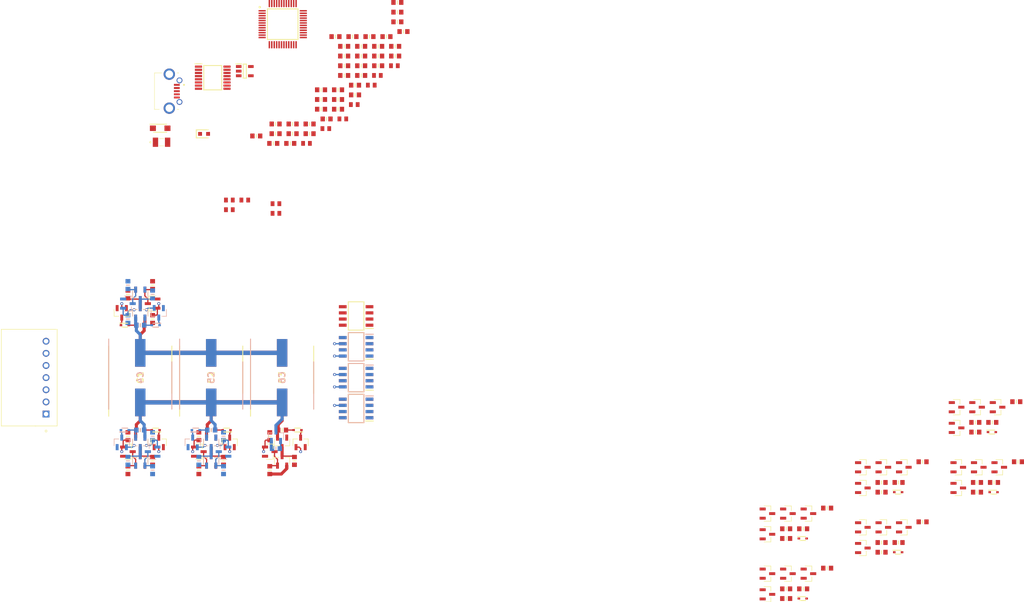
<source format=kicad_pcb>
(kicad_pcb (version 20171130) (host pcbnew "(5.1.5)-3")
  (layers (0 F.Cu signal) (1 In1.Cu signal) (2 In2.Cu signal) (31 B.Cu signal) (34 B.Paste user) (35 F.Paste user) (36 B.SilkS user) (37 F.SilkS user) (38 B.Mask user) (39 F.Mask user) (44 Edge.Cuts user))
  (net 0 "")
  (net 1 GNDREF)
  (net 2 VBUS)
  (net 3 3v3)
  (net 4 Cell1)
  (net 5 "Net-(D2-Pad2)")
  (net 6 "Net-(D2-Pad1)")
  (net 7 "Net-(D3-Pad2)")
  (net 8 "Net-(D3-Pad1)")
  (net 9 "Net-(D4-Pad2)")
  (net 10 "Net-(D4-Pad1)")
  (net 11 "Net-(D5-Pad2)")
  (net 12 "Net-(D5-Pad1)")
  (net 13 "Net-(D6-Pad2)")
  (net 14 "Net-(D6-Pad1)")
  (net 15 "Net-(D7-Pad2)")
  (net 16 "Net-(D7-Pad1)")
  (net 17 "Net-(D8-Pad2)")
  (net 18 "Net-(D8-Pad1)")
  (net 19 "Net-(D9-Pad2)")
  (net 20 "Net-(D9-Pad1)")
  (net 21 "Net-(D10-Pad2)")
  (net 22 "Net-(D10-Pad1)")
  (net 23 "Net-(D11-Pad2)")
  (net 24 "Net-(D11-Pad1)")
  (net 25 "Net-(D12-Pad2)")
  (net 26 "Net-(D12-Pad1)")
  (net 27 "Net-(D13-Pad2)")
  (net 28 "Net-(D13-Pad1)")
  (net 29 "Net-(D14-Pad2)")
  (net 30 "Net-(D14-Pad1)")
  (net 31 Cell7)
  (net 32 /Switch13/Vc)
  (net 33 Cell6)
  (net 34 /Switch12/Vc)
  (net 35 C7)
  (net 36 /Switch11/Vc)
  (net 37 Cell5)
  (net 38 /Switch10/Vc)
  (net 39 C6)
  (net 40 /Switch9/Vc)
  (net 41 Cell4)
  (net 42 /Switch8/Vc)
  (net 43 C5)
  (net 44 /Switch7/Vc)
  (net 45 Cell3)
  (net 46 /Switch6/Vc)
  (net 47 C4)
  (net 48 /Switch5/Vc)
  (net 49 Cell2)
  (net 50 /Switch4/Vc)
  (net 51 C3)
  (net 52 /Switch3/Vc)
  (net 53 /Switch2/Vc)
  (net 54 C2)
  (net 55 /Switch1/Vc)
  (net 56 "Net-(IC7-Pad5)")
  (net 57 C1)
  (net 58 "Net-(IC8-Pad11)")
  (net 59 "Net-(IC8-Pad10)")
  (net 60 "Net-(IC8-Pad9)")
  (net 61 "Net-(IC8-Pad7)")
  (net 62 ENABLE)
  (net 63 "Net-(IC8-Pad4)")
  (net 64 "Net-(IC9-Pad4)")
  (net 65 "Net-(IC9-Pad3)")
  (net 66 "Net-(IC9-Pad2)")
  (net 67 "Net-(IC10-Pad48)")
  (net 68 Cell7S)
  (net 69 "Net-(IC10-Pad46)")
  (net 70 "Net-(IC10-Pad45)")
  (net 71 "Net-(IC10-Pad41)")
  (net 72 "Net-(IC10-Pad40)")
  (net 73 "Net-(IC10-Pad39)")
  (net 74 "Net-(IC10-Pad38)")
  (net 75 "Net-(IC10-Pad37)")
  (net 76 D+)
  (net 77 D-)
  (net 78 "Net-(IC10-Pad32)")
  (net 79 "Net-(IC10-Pad31)")
  (net 80 "Net-(IC10-Pad30)")
  (net 81 "Net-(IC10-Pad29)")
  (net 82 C)
  (net 83 B)
  (net 84 "Net-(IC10-Pad26)")
  (net 85 A)
  (net 86 "Net-(IC10-Pad24)")
  (net 87 "Net-(IC10-Pad23)")
  (net 88 "Net-(IC10-Pad22)")
  (net 89 "Net-(IC10-Pad21)")
  (net 90 "Net-(IC10-Pad20)")
  (net 91 "Net-(IC10-Pad19)")
  (net 92 "Net-(IC10-Pad16)")
  (net 93 "Net-(IC10-Pad15)")
  (net 94 "Net-(IC10-Pad14)")
  (net 95 "Net-(IC10-Pad13)")
  (net 96 Cell6S)
  (net 97 "Net-(IC10-Pad11)")
  (net 98 Cell5S)
  (net 99 Cell4S)
  (net 100 Cell3S)
  (net 101 Cell2S)
  (net 102 Cell1S)
  (net 103 "Net-(J1-Pad4)")
  (net 104 "Net-(LED1-Pad2)")
  (net 105 "Net-(Q2-Pad3)")
  (net 106 "Net-(Q2-Pad1)")
  (net 107 "Net-(Q6-Pad3)")
  (net 108 "Net-(Q6-Pad1)")
  (net 109 "Net-(Q10-Pad3)")
  (net 110 "Net-(Q10-Pad1)")
  (net 111 "Net-(Q14-Pad3)")
  (net 112 "Net-(Q14-Pad1)")
  (net 113 "Net-(Q18-Pad3)")
  (net 114 "Net-(Q18-Pad1)")
  (net 115 "Net-(Q22-Pad3)")
  (net 116 "Net-(Q22-Pad1)")
  (net 117 "Net-(Q26-Pad3)")
  (net 118 "Net-(Q26-Pad1)")
  (net 119 "Net-(Q30-Pad3)")
  (net 120 "Net-(Q30-Pad1)")
  (net 121 "Net-(Q34-Pad3)")
  (net 122 "Net-(Q34-Pad1)")
  (net 123 "Net-(Q38-Pad3)")
  (net 124 "Net-(Q38-Pad1)")
  (net 125 "Net-(Q42-Pad3)")
  (net 126 "Net-(Q42-Pad1)")
  (net 127 "Net-(Q46-Pad3)")
  (net 128 "Net-(Q46-Pad1)")
  (net 129 "Net-(Q50-Pad3)")
  (net 130 "Net-(Q50-Pad1)")
  (net 131 "Net-(R4-Pad1)")
  (net 132 "Net-(R10-Pad2)")
  (net 133 "Net-(R12-Pad1)")
  (net 134 "Net-(R14-Pad2)")
  (net 135 "Net-(R17-Pad1)")
  (net 136 "Net-(R19-Pad2)")
  (net 137 "Net-(R22-Pad1)")
  (net 138 "Net-(R24-Pad2)")
  (net 139 "Net-(R25-Pad2)")
  (net 140 "Net-(R28-Pad1)")
  (net 141 "Net-(R30-Pad2)")
  (net 142 "Net-(R31-Pad2)")
  (net 143 Cap-)
  (net 144 Cap+)
  (net 145 "Net-(C15-Pad1)")
  (net 146 "Net-(C7-Pad1)")
  (net 147 "Net-(C11-Pad1)")
  (net 148 "Net-(C14-Pad1)")
  (net 149 "Net-(C17-Pad1)")
  (module SamacSys_Parts:CAPAE1300X1400N (layer B.Cu) (at 124.46 114.3 270)
    (fp_text reference C6 (at 0 0 90) (layer B.SilkS) (effects (font (size 1.27 1.27) (thickness 0.254)) (justify mirror)))
    (fp_text value 25TRV1000M12.5X13.5 hide)
    (pad 2 smd rect (at 5.1 0 180) (size 2.15 5.7) (layers B.Cu B.Paste B.Mask) (net 143 Cap-))
    (pad 1 smd rect (at -5.1 0 180) (size 2.15 5.7) (layers B.Cu B.Paste B.Mask) (net 144 Cap+))
  )
  (module SamacSys_Parts:CAPAE1300X1400N (layer B.Cu) (at 109.855 114.3 270)
    (fp_text reference C5 (at 0 0 90) (layer B.SilkS) (effects (font (size 1.27 1.27) (thickness 0.254)) (justify mirror)))
    (fp_text value 25TRV1000M12.5X13.5 hide)
    (pad 2 smd rect (at 5.1 0 180) (size 2.15 5.7) (layers B.Cu B.Paste B.Mask) (net 143 Cap-))
    (pad 1 smd rect (at -5.1 0 180) (size 2.15 5.7) (layers B.Cu B.Paste B.Mask) (net 144 Cap+))
  )
  (module SamacSys_Parts:CAPAE1300X1400N (layer B.Cu) (at 95.25 114.3 270)
    (fp_text reference C4 (at 0 0 90) (layer B.SilkS) (effects (font (size 1.27 1.27) (thickness 0.254)) (justify mirror)))
    (fp_text value 25TRV1000M12.5X13.5 hide)
    (pad 2 smd rect (at 5.1 0 180) (size 2.15 5.7) (layers B.Cu B.Paste B.Mask) (net 143 Cap-))
    (pad 1 smd rect (at -5.1 0 180) (size 2.15 5.7) (layers B.Cu B.Paste B.Mask) (net 144 Cap+))
  )
  (module SamacSys_Parts:CAPAE1300X1400N (layer F.Cu) (at 124.46 114.3 90)
    (fp_text reference C3 (at 0 0 90) (layer F.SilkS) (effects (font (size 1.27 1.27) (thickness 0.254))))
    (fp_text value 25TRV1000M12.5X13.5 hide)
    (pad 2 smd rect (at 5.1 0 180) (size 2.15 5.7) (layers F.Cu F.Paste F.Mask) (net 143 Cap-))
    (pad 1 smd rect (at -5.1 0 180) (size 2.15 5.7) (layers F.Cu F.Paste F.Mask) (net 144 Cap+))
  )
  (module SamacSys_Parts:CAPAE1300X1400N (layer F.Cu) (at 109.855 114.3 90)
    (fp_text reference C2 (at 0 0 90) (layer F.SilkS) (effects (font (size 1.27 1.27) (thickness 0.254))))
    (fp_text value 25TRV1000M12.5X13.5 hide)
    (pad 2 smd rect (at 5.1 0 180) (size 2.15 5.7) (layers F.Cu F.Paste F.Mask) (net 143 Cap-))
    (pad 1 smd rect (at -5.1 0 180) (size 2.15 5.7) (layers F.Cu F.Paste F.Mask) (net 144 Cap+))
  )
  (module SamacSys_Parts:CAPAE1300X1400N (layer F.Cu) (at 95.25 114.3 90)
    (fp_text reference C1 (at 0 0 90) (layer F.SilkS) (effects (font (size 1.27 1.27) (thickness 0.254))))
    (fp_text value 25TRV1000M12.5X13.5 hide)
    (pad 2 smd rect (at 5.1 0 180) (size 2.15 5.7) (layers F.Cu F.Paste F.Mask) (net 143 Cap-))
    (pad 1 smd rect (at -5.1 0 180) (size 2.15 5.7) (layers F.Cu F.Paste F.Mask) (net 144 Cap+))
  )
  (module SamacSys_Parts:RESC1608X55N (layer B.Cu) (at 97.79 133.35 270)
    (fp_text reference R53 hide)
    (fp_text value ERJ-3GEYJ203V hide)
    (pad 2 smd rect (at 0.8 0 270) (size 0.9 1) (layers B.Cu B.Paste B.Mask) (net 49 Cell2))
    (pad 1 smd rect (at -0.8 0 270) (size 0.9 1) (layers B.Cu B.Paste B.Mask) (net 112 "Net-(Q14-Pad1)"))
  )
  (module SamacSys_Parts:RESC1608X55N (layer F.Cu) (at 92.71 133.35 270)
    (fp_text reference R69 hide)
    (fp_text value ERJ-3GEYJ203V hide)
    (pad 2 smd rect (at 0.8 0 270) (size 0.9 1) (layers F.Cu F.Paste F.Mask) (net 45 Cell3))
    (pad 1 smd rect (at -0.8 0 270) (size 0.9 1) (layers F.Cu F.Paste F.Mask) (net 120 "Net-(Q30-Pad1)"))
  )
  (module SamacSys_Parts:CAPC1608X90N (layer F.Cu) (at 113.595 77.73)
    (fp_text reference C18 hide)
    (fp_text value 06033C104KAT2A hide)
    (pad 2 smd rect (at 0.7 0) (size 0.78 0.99) (layers F.Cu F.Paste F.Mask) (net 1 GNDREF))
    (pad 1 smd rect (at -0.7 0) (size 0.78 0.99) (layers F.Cu F.Paste F.Mask) (net 3 3v3))
  )
  (module SamacSys_Parts:CAPC1608X90N (layer F.Cu) (at 116.775 77.73)
    (fp_text reference C16 hide)
    (fp_text value 06033C104KAT2A hide)
    (pad 2 smd rect (at 0.7 0) (size 0.78 0.99) (layers F.Cu F.Paste F.Mask) (net 1 GNDREF))
    (pad 1 smd rect (at -0.7 0) (size 0.78 0.99) (layers F.Cu F.Paste F.Mask) (net 3 3v3))
  )
  (module SamacSys_Parts:CAPC1608X90N (layer F.Cu) (at 113.595 79.72)
    (fp_text reference C13 hide)
    (fp_text value 06033C104KAT2A hide)
    (pad 2 smd rect (at 0.7 0) (size 0.78 0.99) (layers F.Cu F.Paste F.Mask) (net 1 GNDREF))
    (pad 1 smd rect (at -0.7 0) (size 0.78 0.99) (layers F.Cu F.Paste F.Mask) (net 3 3v3))
  )
  (module SamacSys_Parts:CAPC1608X90N (layer F.Cu) (at 123.19 80.47)
    (fp_text reference C9 hide)
    (fp_text value 06033C104KAT2A hide)
    (pad 2 smd rect (at 0.7 0) (size 0.78 0.99) (layers F.Cu F.Paste F.Mask) (net 1 GNDREF))
    (pad 1 smd rect (at -0.7 0) (size 0.78 0.99) (layers F.Cu F.Paste F.Mask) (net 3 3v3))
  )
  (module SamacSys_Parts:CAPC1608X90N (layer F.Cu) (at 123.19 78.48)
    (fp_text reference C7 hide)
    (fp_text value 06033C104KAT2A hide)
    (pad 2 smd rect (at 0.7 0) (size 0.78 0.99) (layers F.Cu F.Paste F.Mask) (net 1 GNDREF))
    (pad 1 smd rect (at -0.7 0) (size 0.78 0.99) (layers F.Cu F.Paste F.Mask) (net 146 "Net-(C7-Pad1)"))
  )
  (module SamacSys_Parts:ABS0716632768KHZT (layer F.Cu) (at 99.630001 65.825)
    (fp_text reference Y1 hide)
    (fp_text value ABS07-166-32.768KHZ-T hide)
    (pad 2 smd rect (at 1.25 0) (size 1.1 1.9) (layers F.Cu F.Paste F.Mask) (net 145 "Net-(C15-Pad1)"))
    (pad 1 smd rect (at -1.25 0) (size 1.1 1.9) (layers F.Cu F.Paste F.Mask) (net 147 "Net-(C11-Pad1)"))
  )
  (module SamacSys_Parts:RESC1608X55N (layer F.Cu) (at 256.35 143.995)
    (fp_text reference R92 hide)
    (fp_text value ERJ-3GEYJ203V hide)
    (pad 2 smd rect (at 0.8 0) (size 0.9 1) (layers F.Cu F.Paste F.Mask) (net 33 Cell6))
    (pad 1 smd rect (at -0.8 0) (size 0.9 1) (layers F.Cu F.Paste F.Mask) (net 32 /Switch13/Vc))
  )
  (module SamacSys_Parts:RESC1608X55N (layer F.Cu) (at 247.91 150.255)
    (fp_text reference R91 hide)
    (fp_text value ERJ-3GEYJ203V hide)
    (pad 2 smd rect (at 0.8 0) (size 0.9 1) (layers F.Cu F.Paste F.Mask) (net 144 Cap+))
    (pad 1 smd rect (at -0.8 0) (size 0.9 1) (layers F.Cu F.Paste F.Mask) (net 29 "Net-(D14-Pad2)"))
  )
  (module SamacSys_Parts:RESC1608X55N (layer F.Cu) (at 247.91 148.255)
    (fp_text reference R90 hide)
    (fp_text value ERJ-3EKF1003V hide)
    (pad 2 smd rect (at 0.8 0) (size 0.9 1) (layers F.Cu F.Paste F.Mask) (net 1 GNDREF))
    (pad 1 smd rect (at -0.8 0) (size 0.9 1) (layers F.Cu F.Paste F.Mask) (net 129 "Net-(Q50-Pad3)"))
  )
  (module SamacSys_Parts:RESC1608X55N (layer F.Cu) (at 251.41 148.255)
    (fp_text reference R89 hide)
    (fp_text value ERJ-3GEYJ203V hide)
    (pad 2 smd rect (at 0.8 0) (size 0.9 1) (layers F.Cu F.Paste F.Mask) (net 31 Cell7))
    (pad 1 smd rect (at -0.8 0) (size 0.9 1) (layers F.Cu F.Paste F.Mask) (net 130 "Net-(Q50-Pad1)"))
  )
  (module SamacSys_Parts:RESC1608X55N (layer F.Cu) (at 256.35 131.625)
    (fp_text reference R88 hide)
    (fp_text value ERJ-3GEYJ203V hide)
    (pad 2 smd rect (at 0.8 0) (size 0.9 1) (layers F.Cu F.Paste F.Mask) (net 37 Cell5))
    (pad 1 smd rect (at -0.8 0) (size 0.9 1) (layers F.Cu F.Paste F.Mask) (net 34 /Switch12/Vc))
  )
  (module SamacSys_Parts:RESC1608X55N (layer F.Cu) (at 247.91 137.885)
    (fp_text reference R87 hide)
    (fp_text value ERJ-3GEYJ203V hide)
    (pad 2 smd rect (at 0.8 0) (size 0.9 1) (layers F.Cu F.Paste F.Mask) (net 143 Cap-))
    (pad 1 smd rect (at -0.8 0) (size 0.9 1) (layers F.Cu F.Paste F.Mask) (net 27 "Net-(D13-Pad2)"))
  )
  (module SamacSys_Parts:RESC1608X55N (layer F.Cu) (at 251.41 135.885)
    (fp_text reference R86 hide)
    (fp_text value ERJ-3EKF1003V hide)
    (pad 2 smd rect (at 0.8 0) (size 0.9 1) (layers F.Cu F.Paste F.Mask) (net 1 GNDREF))
    (pad 1 smd rect (at -0.8 0) (size 0.9 1) (layers F.Cu F.Paste F.Mask) (net 127 "Net-(Q46-Pad3)"))
  )
  (module SamacSys_Parts:RESC1608X55N (layer F.Cu) (at 247.91 135.885)
    (fp_text reference R85 hide)
    (fp_text value ERJ-3GEYJ203V hide)
    (pad 2 smd rect (at 0.8 0) (size 0.9 1) (layers F.Cu F.Paste F.Mask) (net 33 Cell6))
    (pad 1 smd rect (at -0.8 0) (size 0.9 1) (layers F.Cu F.Paste F.Mask) (net 128 "Net-(Q46-Pad1)"))
  )
  (module SamacSys_Parts:RESC1608X55N (layer F.Cu) (at 236.7 153.535)
    (fp_text reference R84 hide)
    (fp_text value ERJ-3GEYJ203V hide)
    (pad 2 smd rect (at 0.8 0) (size 0.9 1) (layers F.Cu F.Paste F.Mask) (net 37 Cell5))
    (pad 1 smd rect (at -0.8 0) (size 0.9 1) (layers F.Cu F.Paste F.Mask) (net 36 /Switch11/Vc))
  )
  (module SamacSys_Parts:RESC1608X55N (layer F.Cu) (at 228.26 159.795)
    (fp_text reference R83 hide)
    (fp_text value ERJ-3GEYJ203V hide)
    (pad 2 smd rect (at 0.8 0) (size 0.9 1) (layers F.Cu F.Paste F.Mask) (net 144 Cap+))
    (pad 1 smd rect (at -0.8 0) (size 0.9 1) (layers F.Cu F.Paste F.Mask) (net 25 "Net-(D12-Pad2)"))
  )
  (module SamacSys_Parts:RESC1608X55N (layer F.Cu) (at 231.76 157.795)
    (fp_text reference R82 hide)
    (fp_text value ERJ-3EKF1003V hide)
    (pad 2 smd rect (at 0.8 0) (size 0.9 1) (layers F.Cu F.Paste F.Mask) (net 1 GNDREF))
    (pad 1 smd rect (at -0.8 0) (size 0.9 1) (layers F.Cu F.Paste F.Mask) (net 125 "Net-(Q42-Pad3)"))
  )
  (module SamacSys_Parts:RESC1608X55N (layer F.Cu) (at 228.26 157.795)
    (fp_text reference R81 hide)
    (fp_text value ERJ-3GEYJ203V hide)
    (pad 2 smd rect (at 0.8 0) (size 0.9 1) (layers F.Cu F.Paste F.Mask) (net 33 Cell6))
    (pad 1 smd rect (at -0.8 0) (size 0.9 1) (layers F.Cu F.Paste F.Mask) (net 126 "Net-(Q42-Pad1)"))
  )
  (module SamacSys_Parts:RESC1608X55N (layer F.Cu) (at 270.71 123.515)
    (fp_text reference R80 hide)
    (fp_text value ERJ-3GEYJ203V hide)
    (pad 2 smd rect (at 0.8 0) (size 0.9 1) (layers F.Cu F.Paste F.Mask) (net 41 Cell4))
    (pad 1 smd rect (at -0.8 0) (size 0.9 1) (layers F.Cu F.Paste F.Mask) (net 38 /Switch10/Vc))
  )
  (module SamacSys_Parts:RESC1608X55N (layer F.Cu) (at 267.21 125.515)
    (fp_text reference R79 hide)
    (fp_text value ERJ-3GEYJ203V hide)
    (pad 2 smd rect (at 0.8 0) (size 0.9 1) (layers F.Cu F.Paste F.Mask) (net 143 Cap-))
    (pad 1 smd rect (at -0.8 0) (size 0.9 1) (layers F.Cu F.Paste F.Mask) (net 23 "Net-(D11-Pad2)"))
  )
  (module SamacSys_Parts:RESC1608X55N (layer F.Cu) (at 267.21 123.515)
    (fp_text reference R78 hide)
    (fp_text value ERJ-3EKF1003V hide)
    (pad 2 smd rect (at 0.8 0) (size 0.9 1) (layers F.Cu F.Paste F.Mask) (net 1 GNDREF))
    (pad 1 smd rect (at -0.8 0) (size 0.9 1) (layers F.Cu F.Paste F.Mask) (net 123 "Net-(Q38-Pad3)"))
  )
  (module SamacSys_Parts:RESC1608X55N (layer F.Cu) (at 275.65 119.255)
    (fp_text reference R77 hide)
    (fp_text value ERJ-3GEYJ203V hide)
    (pad 2 smd rect (at 0.8 0) (size 0.9 1) (layers F.Cu F.Paste F.Mask) (net 37 Cell5))
    (pad 1 smd rect (at -0.8 0) (size 0.9 1) (layers F.Cu F.Paste F.Mask) (net 124 "Net-(Q38-Pad1)"))
  )
  (module SamacSys_Parts:RESC1608X55N (layer F.Cu) (at 267.56 135.885)
    (fp_text reference R76 hide)
    (fp_text value ERJ-3GEYJ203V hide)
    (pad 2 smd rect (at 0.8 0) (size 0.9 1) (layers F.Cu F.Paste F.Mask) (net 41 Cell4))
    (pad 1 smd rect (at -0.8 0) (size 0.9 1) (layers F.Cu F.Paste F.Mask) (net 40 /Switch9/Vc))
  )
  (module SamacSys_Parts:RESC1608X55N (layer F.Cu) (at 271.06 135.885)
    (fp_text reference R75 hide)
    (fp_text value ERJ-3GEYJ203V hide)
    (pad 2 smd rect (at 0.8 0) (size 0.9 1) (layers F.Cu F.Paste F.Mask) (net 144 Cap+))
    (pad 1 smd rect (at -0.8 0) (size 0.9 1) (layers F.Cu F.Paste F.Mask) (net 21 "Net-(D10-Pad2)"))
  )
  (module SamacSys_Parts:RESC1608X55N (layer F.Cu) (at 267.56 137.885)
    (fp_text reference R74 hide)
    (fp_text value ERJ-3EKF1003V hide)
    (pad 2 smd rect (at 0.8 0) (size 0.9 1) (layers F.Cu F.Paste F.Mask) (net 1 GNDREF))
    (pad 1 smd rect (at -0.8 0) (size 0.9 1) (layers F.Cu F.Paste F.Mask) (net 121 "Net-(Q34-Pad3)"))
  )
  (module SamacSys_Parts:RESC1608X55N (layer F.Cu) (at 276 131.625)
    (fp_text reference R73 hide)
    (fp_text value ERJ-3GEYJ203V hide)
    (pad 2 smd rect (at 0.8 0) (size 0.9 1) (layers F.Cu F.Paste F.Mask) (net 37 Cell5))
    (pad 1 smd rect (at -0.8 0) (size 0.9 1) (layers F.Cu F.Paste F.Mask) (net 122 "Net-(Q34-Pad1)"))
  )
  (module SamacSys_Parts:RESC1608X55N (layer F.Cu) (at 92.71 126.365 90)
    (fp_text reference R72 hide)
    (fp_text value ERJ-3GEYJ203V hide)
    (pad 2 smd rect (at 0.8 0 90) (size 0.9 1) (layers F.Cu F.Paste F.Mask) (net 49 Cell2))
    (pad 1 smd rect (at -0.8 0 90) (size 0.9 1) (layers F.Cu F.Paste F.Mask) (net 48 /Switch5/Vc))
  )
  (module SamacSys_Parts:RESC1608X55N (layer F.Cu) (at 95.25 125.095 180)
    (fp_text reference R71 hide)
    (fp_text value ERJ-3GEYJ203V hide)
    (pad 2 smd rect (at 0.8 0 180) (size 0.9 1) (layers F.Cu F.Paste F.Mask) (net 144 Cap+))
    (pad 1 smd rect (at -0.8 0 180) (size 0.9 1) (layers F.Cu F.Paste F.Mask) (net 19 "Net-(D9-Pad2)"))
  )
  (module SamacSys_Parts:RESC1608X55N (layer F.Cu) (at 97.79 131.445 270)
    (fp_text reference R70 hide)
    (fp_text value ERJ-3EKF1003V hide)
    (pad 2 smd rect (at 0.8 0 270) (size 0.9 1) (layers F.Cu F.Paste F.Mask) (net 1 GNDREF))
    (pad 1 smd rect (at -0.8 0 270) (size 0.9 1) (layers F.Cu F.Paste F.Mask) (net 119 "Net-(Q30-Pad3)"))
  )
  (module SamacSys_Parts:RESC1608X55N (layer F.Cu) (at 97.79 102.235 270)
    (fp_text reference R68 hide)
    (fp_text value ERJ-3GEYJ203V hide)
    (pad 2 smd rect (at 0.8 0 270) (size 0.9 1) (layers F.Cu F.Paste F.Mask) (net 49 Cell2))
    (pad 1 smd rect (at -0.8 0 270) (size 0.9 1) (layers F.Cu F.Paste F.Mask) (net 46 /Switch6/Vc))
  )
  (module SamacSys_Parts:RESC1608X55N (layer F.Cu) (at 95.25 103.505)
    (fp_text reference R67 hide)
    (fp_text value ERJ-3GEYJ203V hide)
    (pad 2 smd rect (at 0.8 0) (size 0.9 1) (layers F.Cu F.Paste F.Mask) (net 143 Cap-))
    (pad 1 smd rect (at -0.8 0) (size 0.9 1) (layers F.Cu F.Paste F.Mask) (net 17 "Net-(D8-Pad2)"))
  )
  (module SamacSys_Parts:RESC1608X55N (layer F.Cu) (at 92.71 97.155 90)
    (fp_text reference R66 hide)
    (fp_text value ERJ-3EKF1003V hide)
    (pad 2 smd rect (at 0.8 0 90) (size 0.9 1) (layers F.Cu F.Paste F.Mask) (net 1 GNDREF))
    (pad 1 smd rect (at -0.8 0 90) (size 0.9 1) (layers F.Cu F.Paste F.Mask) (net 117 "Net-(Q26-Pad3)"))
  )
  (module SamacSys_Parts:RESC1608X55N (layer F.Cu) (at 97.79 95.25 90)
    (fp_text reference R65 hide)
    (fp_text value ERJ-3GEYJ203V hide)
    (pad 2 smd rect (at 0.8 0 90) (size 0.9 1) (layers F.Cu F.Paste F.Mask) (net 45 Cell3))
    (pad 1 smd rect (at -0.8 0 90) (size 0.9 1) (layers F.Cu F.Paste F.Mask) (net 118 "Net-(Q26-Pad1)"))
  )
  (module SamacSys_Parts:RESC1608X55N (layer B.Cu) (at 92.71 102.235 270)
    (fp_text reference R64 hide)
    (fp_text value ERJ-3GEYJ203V hide)
    (pad 2 smd rect (at 0.8 0 270) (size 0.9 1) (layers B.Cu B.Paste B.Mask) (net 45 Cell3))
    (pad 1 smd rect (at -0.8 0 270) (size 0.9 1) (layers B.Cu B.Paste B.Mask) (net 44 /Switch7/Vc))
  )
  (module SamacSys_Parts:RESC1608X55N (layer B.Cu) (at 95.25 103.505 180)
    (fp_text reference R63 hide)
    (fp_text value ERJ-3GEYJ203V hide)
    (pad 2 smd rect (at 0.8 0 180) (size 0.9 1) (layers B.Cu B.Paste B.Mask) (net 144 Cap+))
    (pad 1 smd rect (at -0.8 0 180) (size 0.9 1) (layers B.Cu B.Paste B.Mask) (net 15 "Net-(D7-Pad2)"))
  )
  (module SamacSys_Parts:RESC1608X55N (layer B.Cu) (at 97.79 97.155 90)
    (fp_text reference R62 hide)
    (fp_text value ERJ-3EKF1003V hide)
    (pad 2 smd rect (at 0.8 0 90) (size 0.9 1) (layers B.Cu B.Paste B.Mask) (net 1 GNDREF))
    (pad 1 smd rect (at -0.8 0 90) (size 0.9 1) (layers B.Cu B.Paste B.Mask) (net 115 "Net-(Q22-Pad3)"))
  )
  (module SamacSys_Parts:RESC1608X55N (layer B.Cu) (at 92.71 95.25 90)
    (fp_text reference R61 hide)
    (fp_text value ERJ-3GEYJ203V hide)
    (pad 2 smd rect (at 0.8 0 90) (size 0.9 1) (layers B.Cu B.Paste B.Mask) (net 41 Cell4))
    (pad 1 smd rect (at -0.8 0 90) (size 0.9 1) (layers B.Cu B.Paste B.Mask) (net 116 "Net-(Q22-Pad1)"))
  )
  (module SamacSys_Parts:RESC1608X55N (layer F.Cu) (at 236.7 141.165)
    (fp_text reference R60 hide)
    (fp_text value ERJ-3GEYJ203V hide)
    (pad 2 smd rect (at 0.8 0) (size 0.9 1) (layers F.Cu F.Paste F.Mask) (net 45 Cell3))
    (pad 1 smd rect (at -0.8 0) (size 0.9 1) (layers F.Cu F.Paste F.Mask) (net 42 /Switch8/Vc))
  )
  (module SamacSys_Parts:RESC1608X55N (layer F.Cu) (at 228.26 147.425)
    (fp_text reference R59 hide)
    (fp_text value ERJ-3GEYJ203V hide)
    (pad 2 smd rect (at 0.8 0) (size 0.9 1) (layers F.Cu F.Paste F.Mask) (net 143 Cap-))
    (pad 1 smd rect (at -0.8 0) (size 0.9 1) (layers F.Cu F.Paste F.Mask) (net 13 "Net-(D6-Pad2)"))
  )
  (module SamacSys_Parts:RESC1608X55N (layer F.Cu) (at 231.76 145.425)
    (fp_text reference R58 hide)
    (fp_text value ERJ-3EKF1003V hide)
    (pad 2 smd rect (at 0.8 0) (size 0.9 1) (layers F.Cu F.Paste F.Mask) (net 1 GNDREF))
    (pad 1 smd rect (at -0.8 0) (size 0.9 1) (layers F.Cu F.Paste F.Mask) (net 113 "Net-(Q18-Pad3)"))
  )
  (module SamacSys_Parts:RESC1608X55N (layer F.Cu) (at 228.26 145.425)
    (fp_text reference R57 hide)
    (fp_text value ERJ-3GEYJ203V hide)
    (pad 2 smd rect (at 0.8 0) (size 0.9 1) (layers F.Cu F.Paste F.Mask) (net 41 Cell4))
    (pad 1 smd rect (at -0.8 0) (size 0.9 1) (layers F.Cu F.Paste F.Mask) (net 114 "Net-(Q18-Pad1)"))
  )
  (module SamacSys_Parts:RESC1608X55N (layer B.Cu) (at 97.79 126.365 90)
    (fp_text reference R56 hide)
    (fp_text value ERJ-3GEYJ203V hide)
    (pad 2 smd rect (at 0.8 0 90) (size 0.9 1) (layers B.Cu B.Paste B.Mask) (net 4 Cell1))
    (pad 1 smd rect (at -0.8 0 90) (size 0.9 1) (layers B.Cu B.Paste B.Mask) (net 50 /Switch4/Vc))
  )
  (module SamacSys_Parts:RESC1608X55N (layer B.Cu) (at 95.25 125.095)
    (fp_text reference R55 hide)
    (fp_text value ERJ-3GEYJ203V hide)
    (pad 2 smd rect (at 0.8 0) (size 0.9 1) (layers B.Cu B.Paste B.Mask) (net 143 Cap-))
    (pad 1 smd rect (at -0.8 0) (size 0.9 1) (layers B.Cu B.Paste B.Mask) (net 11 "Net-(D5-Pad2)"))
  )
  (module SamacSys_Parts:RESC1608X55N (layer B.Cu) (at 92.71 131.445 270)
    (fp_text reference R54 hide)
    (fp_text value ERJ-3EKF1003V hide)
    (pad 2 smd rect (at 0.8 0 270) (size 0.9 1) (layers B.Cu B.Paste B.Mask) (net 1 GNDREF))
    (pad 1 smd rect (at -0.8 0 270) (size 0.9 1) (layers B.Cu B.Paste B.Mask) (net 111 "Net-(Q14-Pad3)"))
  )
  (module SamacSys_Parts:RESC1608X55N (layer F.Cu) (at 107.315 126.365 90)
    (fp_text reference R52 hide)
    (fp_text value ERJ-3GEYJ203V hide)
    (pad 2 smd rect (at 0.8 0 90) (size 0.9 1) (layers F.Cu F.Paste F.Mask) (net 4 Cell1))
    (pad 1 smd rect (at -0.8 0 90) (size 0.9 1) (layers F.Cu F.Paste F.Mask) (net 52 /Switch3/Vc))
  )
  (module SamacSys_Parts:RESC1608X55N (layer F.Cu) (at 109.855 125.095 180)
    (fp_text reference R51 hide)
    (fp_text value ERJ-3GEYJ203V hide)
    (pad 2 smd rect (at 0.8 0 180) (size 0.9 1) (layers F.Cu F.Paste F.Mask) (net 144 Cap+))
    (pad 1 smd rect (at -0.8 0 180) (size 0.9 1) (layers F.Cu F.Paste F.Mask) (net 9 "Net-(D4-Pad2)"))
  )
  (module SamacSys_Parts:RESC1608X55N (layer F.Cu) (at 112.395 131.445 270)
    (fp_text reference R50 hide)
    (fp_text value ERJ-3EKF1003V hide)
    (pad 2 smd rect (at 0.8 0 270) (size 0.9 1) (layers F.Cu F.Paste F.Mask) (net 1 GNDREF))
    (pad 1 smd rect (at -0.8 0 270) (size 0.9 1) (layers F.Cu F.Paste F.Mask) (net 109 "Net-(Q10-Pad3)"))
  )
  (module SamacSys_Parts:RESC1608X55N (layer F.Cu) (at 107.315 133.35 270)
    (fp_text reference R49 hide)
    (fp_text value ERJ-3GEYJ203V hide)
    (pad 2 smd rect (at 0.8 0 270) (size 0.9 1) (layers F.Cu F.Paste F.Mask) (net 49 Cell2))
    (pad 1 smd rect (at -0.8 0 270) (size 0.9 1) (layers F.Cu F.Paste F.Mask) (net 110 "Net-(Q10-Pad1)"))
  )
  (module SamacSys_Parts:RESC1608X55N (layer B.Cu) (at 112.395 126.365 90)
    (fp_text reference R48 hide)
    (fp_text value ERJ-3GEYJ203V hide)
    (pad 2 smd rect (at 0.8 0 90) (size 0.9 1) (layers B.Cu B.Paste B.Mask) (net 1 GNDREF))
    (pad 1 smd rect (at -0.8 0 90) (size 0.9 1) (layers B.Cu B.Paste B.Mask) (net 53 /Switch2/Vc))
  )
  (module SamacSys_Parts:RESC1608X55N (layer B.Cu) (at 109.855 125.095)
    (fp_text reference R47 hide)
    (fp_text value ERJ-3GEYJ203V hide)
    (pad 2 smd rect (at 0.8 0) (size 0.9 1) (layers B.Cu B.Paste B.Mask) (net 143 Cap-))
    (pad 1 smd rect (at -0.8 0) (size 0.9 1) (layers B.Cu B.Paste B.Mask) (net 7 "Net-(D3-Pad2)"))
  )
  (module SamacSys_Parts:RESC1608X55N (layer B.Cu) (at 107.315 131.445 270)
    (fp_text reference R46 hide)
    (fp_text value ERJ-3EKF1003V hide)
    (pad 2 smd rect (at 0.8 0 270) (size 0.9 1) (layers B.Cu B.Paste B.Mask) (net 1 GNDREF))
    (pad 1 smd rect (at -0.8 0 270) (size 0.9 1) (layers B.Cu B.Paste B.Mask) (net 107 "Net-(Q6-Pad3)"))
  )
  (module SamacSys_Parts:RESC1608X55N (layer B.Cu) (at 112.395 133.35 270)
    (fp_text reference R45 hide)
    (fp_text value ERJ-3GEYJ203V hide)
    (pad 2 smd rect (at 0.8 0 270) (size 0.9 1) (layers B.Cu B.Paste B.Mask) (net 4 Cell1))
    (pad 1 smd rect (at -0.8 0 270) (size 0.9 1) (layers B.Cu B.Paste B.Mask) (net 108 "Net-(Q6-Pad1)"))
  )
  (module SamacSys_Parts:RESC1608X55N (layer F.Cu) (at 121.92 126.365 90)
    (fp_text reference R44 hide)
    (fp_text value ERJ-3GEYJ203V hide)
    (pad 2 smd rect (at 0.8 0 90) (size 0.9 1) (layers F.Cu F.Paste F.Mask) (net 1 GNDREF))
    (pad 1 smd rect (at -0.8 0 90) (size 0.9 1) (layers F.Cu F.Paste F.Mask) (net 55 /Switch1/Vc))
  )
  (module SamacSys_Parts:RESC1608X55N (layer F.Cu) (at 124.46 125.095 180)
    (fp_text reference R43 hide)
    (fp_text value ERJ-3GEYJ203V hide)
    (pad 2 smd rect (at 0.8 0 180) (size 0.9 1) (layers F.Cu F.Paste F.Mask) (net 144 Cap+))
    (pad 1 smd rect (at -0.8 0 180) (size 0.9 1) (layers F.Cu F.Paste F.Mask) (net 5 "Net-(D2-Pad2)"))
  )
  (module SamacSys_Parts:RESC1608X55N (layer F.Cu) (at 127 131.445 270)
    (fp_text reference R42 hide)
    (fp_text value ERJ-3EKF1003V hide)
    (pad 2 smd rect (at 0.8 0 270) (size 0.9 1) (layers F.Cu F.Paste F.Mask) (net 1 GNDREF))
    (pad 1 smd rect (at -0.8 0 270) (size 0.9 1) (layers F.Cu F.Paste F.Mask) (net 105 "Net-(Q2-Pad3)"))
  )
  (module SamacSys_Parts:RESC1608X55N (layer F.Cu) (at 121.92 133.35 270)
    (fp_text reference R41 hide)
    (fp_text value ERJ-3GEYJ203V hide)
    (pad 2 smd rect (at 0.8 0 270) (size 0.9 1) (layers F.Cu F.Paste F.Mask) (net 4 Cell1))
    (pad 1 smd rect (at -0.8 0 270) (size 0.9 1) (layers F.Cu F.Paste F.Mask) (net 106 "Net-(Q2-Pad1)"))
  )
  (module SamacSys_Parts:RESC1608X55N (layer F.Cu) (at 147.74 46.075)
    (fp_text reference R40 hide)
    (fp_text value ERJ-3EKF7500V hide)
    (pad 2 smd rect (at 0.8 0) (size 0.9 1) (layers F.Cu F.Paste F.Mask) (net 104 "Net-(LED1-Pad2)"))
    (pad 1 smd rect (at -0.8 0) (size 0.9 1) (layers F.Cu F.Paste F.Mask) (net 84 "Net-(IC10-Pad26)"))
  )
  (module SamacSys_Parts:RESC1608X55N (layer F.Cu) (at 130.12 64.065)
    (fp_text reference R39 hide)
    (fp_text value ERJ-3GEYJ472V hide)
    (pad 2 smd rect (at 0.8 0) (size 0.9 1) (layers F.Cu F.Paste F.Mask) (net 82 C))
    (pad 1 smd rect (at -0.8 0) (size 0.9 1) (layers F.Cu F.Paste F.Mask) (net 60 "Net-(IC8-Pad9)"))
  )
  (module SamacSys_Parts:RESC1608X55N (layer F.Cu) (at 144.24 50.075)
    (fp_text reference R38 hide)
    (fp_text value ERJ-3GEYJ472V hide)
    (pad 2 smd rect (at 0.8 0) (size 0.9 1) (layers F.Cu F.Paste F.Mask) (net 83 B))
    (pad 1 smd rect (at -0.8 0) (size 0.9 1) (layers F.Cu F.Paste F.Mask) (net 59 "Net-(IC8-Pad10)"))
  )
  (module SamacSys_Parts:RESC1608X55N (layer F.Cu) (at 139.48 54.075)
    (fp_text reference R37 hide)
    (fp_text value ERJ-3GEYJ472V hide)
    (pad 2 smd rect (at 0.8 0) (size 0.9 1) (layers F.Cu F.Paste F.Mask) (net 85 A))
    (pad 1 smd rect (at -0.8 0) (size 0.9 1) (layers F.Cu F.Paste F.Mask) (net 58 "Net-(IC8-Pad11)"))
  )
  (module SamacSys_Parts:RESC1608X55N (layer F.Cu) (at 140.74 52.075)
    (fp_text reference R36 hide)
    (fp_text value ERJ-3EKF1003V hide)
    (pad 2 smd rect (at 0.8 0) (size 0.9 1) (layers F.Cu F.Paste F.Mask) (net 65 "Net-(IC9-Pad3)"))
    (pad 1 smd rect (at -0.8 0) (size 0.9 1) (layers F.Cu F.Paste F.Mask) (net 2 VBUS))
  )
  (module SamacSys_Parts:RESC1608X55N (layer F.Cu) (at 135.98 57.025)
    (fp_text reference R35 hide)
    (fp_text value ERJ-3EKF1003V hide)
    (pad 2 smd rect (at 0.8 0) (size 0.9 1) (layers F.Cu F.Paste F.Mask) (net 1 GNDREF))
    (pad 1 smd rect (at -0.8 0) (size 0.9 1) (layers F.Cu F.Paste F.Mask) (net 63 "Net-(IC8-Pad4)"))
  )
  (module SamacSys_Parts:RESC1608X55N (layer F.Cu) (at 126.14 66.065)
    (fp_text reference R34 hide)
    (fp_text value ERJ-3GEYJ301V hide)
    (pad 2 smd rect (at 0.8 0) (size 0.9 1) (layers F.Cu F.Paste F.Mask) (net 3 3v3))
    (pad 1 smd rect (at -0.8 0) (size 0.9 1) (layers F.Cu F.Paste F.Mask) (net 146 "Net-(C7-Pad1)"))
  )
  (module SamacSys_Parts:RESC1608X55N (layer F.Cu) (at 123.12 64.065)
    (fp_text reference R33 hide)
    (fp_text value RT0603BRD0750KL hide)
    (pad 2 smd rect (at 0.8 0) (size 0.9 1) (layers F.Cu F.Paste F.Mask) (net 1 GNDREF))
    (pad 1 smd rect (at -0.8 0) (size 0.9 1) (layers F.Cu F.Paste F.Mask) (net 140 "Net-(R28-Pad1)"))
  )
  (module SamacSys_Parts:RESC1608X55N (layer F.Cu) (at 144.24 48.075)
    (fp_text reference R32 hide)
    (fp_text value ERJ-3EKF1003V hide)
    (pad 2 smd rect (at 0.8 0) (size 0.9 1) (layers F.Cu F.Paste F.Mask) (net 140 "Net-(R28-Pad1)"))
    (pad 1 smd rect (at -0.8 0) (size 0.9 1) (layers F.Cu F.Paste F.Mask) (net 142 "Net-(R31-Pad2)"))
  )
  (module SamacSys_Parts:RESC1608X55N (layer F.Cu) (at 149.45 43.035)
    (fp_text reference R31 hide)
    (fp_text value ERJ-3EKF1003V hide)
    (pad 2 smd rect (at 0.8 0) (size 0.9 1) (layers F.Cu F.Paste F.Mask) (net 142 "Net-(R31-Pad2)"))
    (pad 1 smd rect (at -0.8 0) (size 0.9 1) (layers F.Cu F.Paste F.Mask) (net 141 "Net-(R30-Pad2)"))
  )
  (module SamacSys_Parts:RESC1608X55N (layer F.Cu) (at 119.14 64.535)
    (fp_text reference R30 hide)
    (fp_text value ERJ-3EKF1003V hide)
    (pad 2 smd rect (at 0.8 0) (size 0.9 1) (layers F.Cu F.Paste F.Mask) (net 141 "Net-(R30-Pad2)"))
    (pad 1 smd rect (at -0.8 0) (size 0.9 1) (layers F.Cu F.Paste F.Mask) (net 31 Cell7))
  )
  (module SamacSys_Parts:RESC1608X55N (layer F.Cu) (at 135.45 44.075)
    (fp_text reference R29 hide)
    (fp_text value ERJ-3EKF1003V hide)
    (pad 2 smd rect (at 0.8 0) (size 0.9 1) (layers F.Cu F.Paste F.Mask) (net 1 GNDREF))
    (pad 1 smd rect (at -0.8 0) (size 0.9 1) (layers F.Cu F.Paste F.Mask) (net 68 Cell7S))
  )
  (module SamacSys_Parts:RESC1608X55N (layer F.Cu) (at 138.95 44.075)
    (fp_text reference R28 hide)
    (fp_text value RT0603BRD0750KL hide)
    (pad 2 smd rect (at 0.8 0) (size 0.9 1) (layers F.Cu F.Paste F.Mask) (net 68 Cell7S))
    (pad 1 smd rect (at -0.8 0) (size 0.9 1) (layers F.Cu F.Paste F.Mask) (net 140 "Net-(R28-Pad1)"))
  )
  (module SamacSys_Parts:RESC1608X55N (layer F.Cu) (at 137.24 46.075)
    (fp_text reference R27 hide)
    (fp_text value RT0603BRD0750KL hide)
    (pad 2 smd rect (at 0.8 0) (size 0.9 1) (layers F.Cu F.Paste F.Mask) (net 1 GNDREF))
    (pad 1 smd rect (at -0.8 0) (size 0.9 1) (layers F.Cu F.Paste F.Mask) (net 137 "Net-(R22-Pad1)"))
  )
  (module SamacSys_Parts:RESC1608X55N (layer F.Cu) (at 123.12 62.065)
    (fp_text reference R26 hide)
    (fp_text value ERJ-3EKF1003V hide)
    (pad 2 smd rect (at 0.8 0) (size 0.9 1) (layers F.Cu F.Paste F.Mask) (net 137 "Net-(R22-Pad1)"))
    (pad 1 smd rect (at -0.8 0) (size 0.9 1) (layers F.Cu F.Paste F.Mask) (net 139 "Net-(R25-Pad2)"))
  )
  (module SamacSys_Parts:RESC1608X55N (layer F.Cu) (at 148.19 37.035)
    (fp_text reference R25 hide)
    (fp_text value ERJ-3EKF1003V hide)
    (pad 2 smd rect (at 0.8 0) (size 0.9 1) (layers F.Cu F.Paste F.Mask) (net 139 "Net-(R25-Pad2)"))
    (pad 1 smd rect (at -0.8 0) (size 0.9 1) (layers F.Cu F.Paste F.Mask) (net 138 "Net-(R24-Pad2)"))
  )
  (module SamacSys_Parts:RESC1608X55N (layer F.Cu) (at 137.24 48.075)
    (fp_text reference R24 hide)
    (fp_text value RT0603BRD0750KL hide)
    (pad 2 smd rect (at 0.8 0) (size 0.9 1) (layers F.Cu F.Paste F.Mask) (net 138 "Net-(R24-Pad2)"))
    (pad 1 smd rect (at -0.8 0) (size 0.9 1) (layers F.Cu F.Paste F.Mask) (net 33 Cell6))
  )
  (module SamacSys_Parts:RESC1608X55N (layer F.Cu) (at 132.48 55.025)
    (fp_text reference R23 hide)
    (fp_text value ERJ-3EKF1003V hide)
    (pad 2 smd rect (at 0.8 0) (size 0.9 1) (layers F.Cu F.Paste F.Mask) (net 1 GNDREF))
    (pad 1 smd rect (at -0.8 0) (size 0.9 1) (layers F.Cu F.Paste F.Mask) (net 96 Cell6S))
  )
  (module SamacSys_Parts:RESC1608X55N (layer F.Cu) (at 148.19 39.035)
    (fp_text reference R22 hide)
    (fp_text value RT0603BRD0750KL hide)
    (pad 2 smd rect (at 0.8 0) (size 0.9 1) (layers F.Cu F.Paste F.Mask) (net 96 Cell6S))
    (pad 1 smd rect (at -0.8 0) (size 0.9 1) (layers F.Cu F.Paste F.Mask) (net 137 "Net-(R22-Pad1)"))
  )
  (module SamacSys_Parts:RESC1608X55N (layer F.Cu) (at 126.62 64.065)
    (fp_text reference R21 hide)
    (fp_text value RT0603BRD0750KL hide)
    (pad 2 smd rect (at 0.8 0) (size 0.9 1) (layers F.Cu F.Paste F.Mask) (net 1 GNDREF))
    (pad 1 smd rect (at -0.8 0) (size 0.9 1) (layers F.Cu F.Paste F.Mask) (net 135 "Net-(R17-Pad1)"))
  )
  (module SamacSys_Parts:RESC1608X55N (layer F.Cu) (at 137.24 50.075)
    (fp_text reference R20 hide)
    (fp_text value ERJ-3EKF1003V hide)
    (pad 2 smd rect (at 0.8 0) (size 0.9 1) (layers F.Cu F.Paste F.Mask) (net 135 "Net-(R17-Pad1)"))
    (pad 1 smd rect (at -0.8 0) (size 0.9 1) (layers F.Cu F.Paste F.Mask) (net 136 "Net-(R19-Pad2)"))
  )
  (module SamacSys_Parts:RESC1608X55N (layer F.Cu) (at 142.45 44.075)
    (fp_text reference R19 hide)
    (fp_text value ERJ-3EKF1003V hide)
    (pad 2 smd rect (at 0.8 0) (size 0.9 1) (layers F.Cu F.Paste F.Mask) (net 136 "Net-(R19-Pad2)"))
    (pad 1 smd rect (at -0.8 0) (size 0.9 1) (layers F.Cu F.Paste F.Mask) (net 37 Cell5))
  )
  (module SamacSys_Parts:RESC1608X55N (layer F.Cu) (at 126.62 62.065)
    (fp_text reference R18 hide)
    (fp_text value ERJ-3EKF1003V hide)
    (pad 2 smd rect (at 0.8 0) (size 0.9 1) (layers F.Cu F.Paste F.Mask) (net 1 GNDREF))
    (pad 1 smd rect (at -0.8 0) (size 0.9 1) (layers F.Cu F.Paste F.Mask) (net 98 Cell5S))
  )
  (module SamacSys_Parts:RESC1608X55N (layer F.Cu) (at 140.74 48.075)
    (fp_text reference R17 hide)
    (fp_text value RT0603BRD0750KL hide)
    (pad 2 smd rect (at 0.8 0) (size 0.9 1) (layers F.Cu F.Paste F.Mask) (net 98 Cell5S))
    (pad 1 smd rect (at -0.8 0) (size 0.9 1) (layers F.Cu F.Paste F.Mask) (net 135 "Net-(R17-Pad1)"))
  )
  (module SamacSys_Parts:RESC1608X55N (layer F.Cu) (at 132.48 57.025)
    (fp_text reference R16 hide)
    (fp_text value RT0603BRD0750KL hide)
    (pad 2 smd rect (at 0.8 0) (size 0.9 1) (layers F.Cu F.Paste F.Mask) (net 1 GNDREF))
    (pad 1 smd rect (at -0.8 0) (size 0.9 1) (layers F.Cu F.Paste F.Mask) (net 133 "Net-(R12-Pad1)"))
  )
  (module SamacSys_Parts:RESC1608X55N (layer F.Cu) (at 122.64 66.065)
    (fp_text reference R15 hide)
    (fp_text value RT0603BRD0750KL hide)
    (pad 2 smd rect (at 0.8 0) (size 0.9 1) (layers F.Cu F.Paste F.Mask) (net 133 "Net-(R12-Pad1)"))
    (pad 1 smd rect (at -0.8 0) (size 0.9 1) (layers F.Cu F.Paste F.Mask) (net 134 "Net-(R14-Pad2)"))
  )
  (module SamacSys_Parts:RESC1608X55N (layer F.Cu) (at 148.19 41.035)
    (fp_text reference R14 hide)
    (fp_text value ERJ-3EKF1003V hide)
    (pad 2 smd rect (at 0.8 0) (size 0.9 1) (layers F.Cu F.Paste F.Mask) (net 134 "Net-(R14-Pad2)"))
    (pad 1 smd rect (at -0.8 0) (size 0.9 1) (layers F.Cu F.Paste F.Mask) (net 41 Cell4))
  )
  (module SamacSys_Parts:RESC1608X55N (layer F.Cu) (at 137.24 52.075)
    (fp_text reference R13 hide)
    (fp_text value ERJ-3EKF1003V hide)
    (pad 2 smd rect (at 0.8 0) (size 0.9 1) (layers F.Cu F.Paste F.Mask) (net 1 GNDREF))
    (pad 1 smd rect (at -0.8 0) (size 0.9 1) (layers F.Cu F.Paste F.Mask) (net 99 Cell4S))
  )
  (module SamacSys_Parts:RESC1608X55N (layer F.Cu) (at 135.98 55.025)
    (fp_text reference R12 hide)
    (fp_text value RT0603BRD0750KL hide)
    (pad 2 smd rect (at 0.8 0) (size 0.9 1) (layers F.Cu F.Paste F.Mask) (net 99 Cell4S))
    (pad 1 smd rect (at -0.8 0) (size 0.9 1) (layers F.Cu F.Paste F.Mask) (net 133 "Net-(R12-Pad1)"))
  )
  (module SamacSys_Parts:RESC1608X55N (layer F.Cu) (at 140.74 50.075)
    (fp_text reference R11 hide)
    (fp_text value RT0603BRD0750KL hide)
    (pad 2 smd rect (at 0.8 0) (size 0.9 1) (layers F.Cu F.Paste F.Mask) (net 1 GNDREF))
    (pad 1 smd rect (at -0.8 0) (size 0.9 1) (layers F.Cu F.Paste F.Mask) (net 132 "Net-(R10-Pad2)"))
  )
  (module SamacSys_Parts:RESC1608X55N (layer F.Cu) (at 140.74 46.075)
    (fp_text reference R10 hide)
    (fp_text value ERJ-3EKF1003V hide)
    (pad 2 smd rect (at 0.8 0) (size 0.9 1) (layers F.Cu F.Paste F.Mask) (net 132 "Net-(R10-Pad2)"))
    (pad 1 smd rect (at -0.8 0) (size 0.9 1) (layers F.Cu F.Paste F.Mask) (net 45 Cell3))
  )
  (module SamacSys_Parts:RESC1608X55N (layer F.Cu) (at 145.95 44.075)
    (fp_text reference R9 hide)
    (fp_text value ERJ-3EKF1003V hide)
    (pad 2 smd rect (at 0.8 0) (size 0.9 1) (layers F.Cu F.Paste F.Mask) (net 1 GNDREF))
    (pad 1 smd rect (at -0.8 0) (size 0.9 1) (layers F.Cu F.Paste F.Mask) (net 100 Cell3S))
  )
  (module SamacSys_Parts:RESC1608X55N (layer F.Cu) (at 144.24 46.075)
    (fp_text reference R8 hide)
    (fp_text value RT0603BRD0750KL hide)
    (pad 2 smd rect (at 0.8 0) (size 0.9 1) (layers F.Cu F.Paste F.Mask) (net 100 Cell3S))
    (pad 1 smd rect (at -0.8 0) (size 0.9 1) (layers F.Cu F.Paste F.Mask) (net 132 "Net-(R10-Pad2)"))
  )
  (module SamacSys_Parts:RESC1608X55N (layer F.Cu) (at 130.12 62.065)
    (fp_text reference R7 hide)
    (fp_text value ERJ-3EKF1003V hide)
    (pad 2 smd rect (at 0.8 0) (size 0.9 1) (layers F.Cu F.Paste F.Mask) (net 1 GNDREF))
    (pad 1 smd rect (at -0.8 0) (size 0.9 1) (layers F.Cu F.Paste F.Mask) (net 131 "Net-(R4-Pad1)"))
  )
  (module SamacSys_Parts:RESC1608X55N (layer F.Cu) (at 147.74 48.075)
    (fp_text reference R6 hide)
    (fp_text value ERJ-3EKF1003V hide)
    (pad 2 smd rect (at 0.8 0) (size 0.9 1) (layers F.Cu F.Paste F.Mask) (net 131 "Net-(R4-Pad1)"))
    (pad 1 smd rect (at -0.8 0) (size 0.9 1) (layers F.Cu F.Paste F.Mask) (net 49 Cell2))
  )
  (module SamacSys_Parts:RESC1608X55N (layer F.Cu) (at 132.48 59.025)
    (fp_text reference R5 hide)
    (fp_text value ERJ-3EKF1003V hide)
    (pad 2 smd rect (at 0.8 0) (size 0.9 1) (layers F.Cu F.Paste F.Mask) (net 1 GNDREF))
    (pad 1 smd rect (at -0.8 0) (size 0.9 1) (layers F.Cu F.Paste F.Mask) (net 101 Cell2S))
  )
  (module SamacSys_Parts:RESC1608X55N (layer F.Cu) (at 135.98 59.025)
    (fp_text reference R4 hide)
    (fp_text value RT0603BRD0750KL hide)
    (pad 2 smd rect (at 0.8 0) (size 0.9 1) (layers F.Cu F.Paste F.Mask) (net 101 Cell2S))
    (pad 1 smd rect (at -0.8 0) (size 0.9 1) (layers F.Cu F.Paste F.Mask) (net 131 "Net-(R4-Pad1)"))
  )
  (module SamacSys_Parts:RESC1608X55N (layer F.Cu) (at 139.48 56.075)
    (fp_text reference R3 hide)
    (fp_text value ERJ-3EKF1003V hide)
    (pad 2 smd rect (at 0.8 0) (size 0.9 1) (layers F.Cu F.Paste F.Mask) (net 1 GNDREF))
    (pad 1 smd rect (at -0.8 0) (size 0.9 1) (layers F.Cu F.Paste F.Mask) (net 102 Cell1S))
  )
  (module SamacSys_Parts:RESC1608X55N (layer F.Cu) (at 133.62 61.025)
    (fp_text reference R2 hide)
    (fp_text value RT0603BRD0750KL hide)
    (pad 2 smd rect (at 0.8 0) (size 0.9 1) (layers F.Cu F.Paste F.Mask) (net 102 Cell1S))
    (pad 1 smd rect (at -0.8 0) (size 0.9 1) (layers F.Cu F.Paste F.Mask) (net 4 Cell1))
  )
  (module SamacSys_Parts:RESC1608X55N (layer B.Cu) (at 123.19 128.905)
    (fp_text reference R1 hide)
    (fp_text value ERJ-3GEYJ203V hide)
    (pad 2 smd rect (at 0.8 0) (size 0.9 1) (layers B.Cu B.Paste B.Mask) (net 56 "Net-(IC7-Pad5)"))
    (pad 1 smd rect (at -0.8 0) (size 0.9 1) (layers B.Cu B.Paste B.Mask) (net 1 GNDREF))
  )
  (module SamacSys_Parts:SOT95P230X110-3N (layer F.Cu) (at 244.05 145.128501)
    (fp_text reference Q53 hide)
    (fp_text value PMV90ENE hide)
    (pad 3 smd rect (at 0.98 0) (size 1.26 0.59) (layers F.Cu F.Paste F.Mask) (net 130 "Net-(Q50-Pad1)"))
    (pad 2 smd rect (at -0.98 0.95) (size 1.26 0.59) (layers F.Cu F.Paste F.Mask) (net 33 Cell6))
    (pad 1 smd rect (at -0.98 -0.95) (size 1.26 0.59) (layers F.Cu F.Paste F.Mask) (net 32 /Switch13/Vc))
  )
  (module SamacSys_Parts:SOT95P230X110-3N (layer F.Cu) (at 244.05 149.388501)
    (fp_text reference Q52 hide)
    (fp_text value PMV90ENE hide)
    (pad 3 smd rect (at 0.98 0) (size 1.26 0.59) (layers F.Cu F.Paste F.Mask) (net 30 "Net-(D14-Pad1)"))
    (pad 2 smd rect (at -0.98 0.95) (size 1.26 0.59) (layers F.Cu F.Paste F.Mask) (net 33 Cell6))
    (pad 1 smd rect (at -0.98 -0.95) (size 1.26 0.59) (layers F.Cu F.Paste F.Mask) (net 32 /Switch13/Vc))
  )
  (module SamacSys_Parts:SOT95P230X110-3N (layer F.Cu) (at 248.27 145.128501)
    (fp_text reference Q51 hide)
    (fp_text value PMV74EPE hide)
    (pad 3 smd rect (at 0.98 0) (size 1.26 0.59) (layers F.Cu F.Paste F.Mask) (net 129 "Net-(Q50-Pad3)"))
    (pad 2 smd rect (at -0.98 0.95) (size 1.26 0.59) (layers F.Cu F.Paste F.Mask) (net 144 Cap+))
    (pad 1 smd rect (at -0.98 -0.95) (size 1.26 0.59) (layers F.Cu F.Paste F.Mask) (net 29 "Net-(D14-Pad2)"))
  )
  (module SamacSys_Parts:SOT95P230X110-3N (layer F.Cu) (at 252.49 145.128501)
    (fp_text reference Q50 hide)
    (fp_text value PMV74EPE hide)
    (pad 3 smd rect (at 0.98 0) (size 1.26 0.59) (layers F.Cu F.Paste F.Mask) (net 129 "Net-(Q50-Pad3)"))
    (pad 2 smd rect (at -0.98 0.95) (size 1.26 0.59) (layers F.Cu F.Paste F.Mask) (net 31 Cell7))
    (pad 1 smd rect (at -0.98 -0.95) (size 1.26 0.59) (layers F.Cu F.Paste F.Mask) (net 130 "Net-(Q50-Pad1)"))
  )
  (module SamacSys_Parts:SOT95P230X110-3N (layer F.Cu) (at 244.05 132.758501)
    (fp_text reference Q49 hide)
    (fp_text value PMV90ENE hide)
    (pad 3 smd rect (at 0.98 0) (size 1.26 0.59) (layers F.Cu F.Paste F.Mask) (net 128 "Net-(Q46-Pad1)"))
    (pad 2 smd rect (at -0.98 0.95) (size 1.26 0.59) (layers F.Cu F.Paste F.Mask) (net 37 Cell5))
    (pad 1 smd rect (at -0.98 -0.95) (size 1.26 0.59) (layers F.Cu F.Paste F.Mask) (net 34 /Switch12/Vc))
  )
  (module SamacSys_Parts:SOT95P230X110-3N (layer F.Cu) (at 244.05 137.018501)
    (fp_text reference Q48 hide)
    (fp_text value PMV90ENE hide)
    (pad 3 smd rect (at 0.98 0) (size 1.26 0.59) (layers F.Cu F.Paste F.Mask) (net 28 "Net-(D13-Pad1)"))
    (pad 2 smd rect (at -0.98 0.95) (size 1.26 0.59) (layers F.Cu F.Paste F.Mask) (net 37 Cell5))
    (pad 1 smd rect (at -0.98 -0.95) (size 1.26 0.59) (layers F.Cu F.Paste F.Mask) (net 34 /Switch12/Vc))
  )
  (module SamacSys_Parts:SOT95P230X110-3N (layer F.Cu) (at 248.27 132.758501)
    (fp_text reference Q47 hide)
    (fp_text value PMV74EPE hide)
    (pad 3 smd rect (at 0.98 0) (size 1.26 0.59) (layers F.Cu F.Paste F.Mask) (net 127 "Net-(Q46-Pad3)"))
    (pad 2 smd rect (at -0.98 0.95) (size 1.26 0.59) (layers F.Cu F.Paste F.Mask) (net 143 Cap-))
    (pad 1 smd rect (at -0.98 -0.95) (size 1.26 0.59) (layers F.Cu F.Paste F.Mask) (net 27 "Net-(D13-Pad2)"))
  )
  (module SamacSys_Parts:SOT95P230X110-3N (layer F.Cu) (at 252.49 132.758501)
    (fp_text reference Q46 hide)
    (fp_text value PMV74EPE hide)
    (pad 3 smd rect (at 0.98 0) (size 1.26 0.59) (layers F.Cu F.Paste F.Mask) (net 127 "Net-(Q46-Pad3)"))
    (pad 2 smd rect (at -0.98 0.95) (size 1.26 0.59) (layers F.Cu F.Paste F.Mask) (net 33 Cell6))
    (pad 1 smd rect (at -0.98 -0.95) (size 1.26 0.59) (layers F.Cu F.Paste F.Mask) (net 128 "Net-(Q46-Pad1)"))
  )
  (module SamacSys_Parts:SOT95P230X110-3N (layer F.Cu) (at 224.4 154.668501)
    (fp_text reference Q45 hide)
    (fp_text value PMV90ENE hide)
    (pad 3 smd rect (at 0.98 0) (size 1.26 0.59) (layers F.Cu F.Paste F.Mask) (net 126 "Net-(Q42-Pad1)"))
    (pad 2 smd rect (at -0.98 0.95) (size 1.26 0.59) (layers F.Cu F.Paste F.Mask) (net 37 Cell5))
    (pad 1 smd rect (at -0.98 -0.95) (size 1.26 0.59) (layers F.Cu F.Paste F.Mask) (net 36 /Switch11/Vc))
  )
  (module SamacSys_Parts:SOT95P230X110-3N (layer F.Cu) (at 224.4 158.928501)
    (fp_text reference Q44 hide)
    (fp_text value PMV90ENE hide)
    (pad 3 smd rect (at 0.98 0) (size 1.26 0.59) (layers F.Cu F.Paste F.Mask) (net 26 "Net-(D12-Pad1)"))
    (pad 2 smd rect (at -0.98 0.95) (size 1.26 0.59) (layers F.Cu F.Paste F.Mask) (net 37 Cell5))
    (pad 1 smd rect (at -0.98 -0.95) (size 1.26 0.59) (layers F.Cu F.Paste F.Mask) (net 36 /Switch11/Vc))
  )
  (module SamacSys_Parts:SOT95P230X110-3N (layer F.Cu) (at 228.62 154.668501)
    (fp_text reference Q43 hide)
    (fp_text value PMV74EPE hide)
    (pad 3 smd rect (at 0.98 0) (size 1.26 0.59) (layers F.Cu F.Paste F.Mask) (net 125 "Net-(Q42-Pad3)"))
    (pad 2 smd rect (at -0.98 0.95) (size 1.26 0.59) (layers F.Cu F.Paste F.Mask) (net 144 Cap+))
    (pad 1 smd rect (at -0.98 -0.95) (size 1.26 0.59) (layers F.Cu F.Paste F.Mask) (net 25 "Net-(D12-Pad2)"))
  )
  (module SamacSys_Parts:SOT95P230X110-3N (layer F.Cu) (at 232.84 154.668501)
    (fp_text reference Q42 hide)
    (fp_text value PMV74EPE hide)
    (pad 3 smd rect (at 0.98 0) (size 1.26 0.59) (layers F.Cu F.Paste F.Mask) (net 125 "Net-(Q42-Pad3)"))
    (pad 2 smd rect (at -0.98 0.95) (size 1.26 0.59) (layers F.Cu F.Paste F.Mask) (net 33 Cell6))
    (pad 1 smd rect (at -0.98 -0.95) (size 1.26 0.59) (layers F.Cu F.Paste F.Mask) (net 126 "Net-(Q42-Pad1)"))
  )
  (module SamacSys_Parts:SOT95P230X110-3N (layer F.Cu) (at 263.35 124.648501)
    (fp_text reference Q41 hide)
    (fp_text value PMV90ENE hide)
    (pad 3 smd rect (at 0.98 0) (size 1.26 0.59) (layers F.Cu F.Paste F.Mask) (net 124 "Net-(Q38-Pad1)"))
    (pad 2 smd rect (at -0.98 0.95) (size 1.26 0.59) (layers F.Cu F.Paste F.Mask) (net 41 Cell4))
    (pad 1 smd rect (at -0.98 -0.95) (size 1.26 0.59) (layers F.Cu F.Paste F.Mask) (net 38 /Switch10/Vc))
  )
  (module SamacSys_Parts:SOT95P230X110-3N (layer F.Cu) (at 267.57 120.388501)
    (fp_text reference Q40 hide)
    (fp_text value PMV90ENE hide)
    (pad 3 smd rect (at 0.98 0) (size 1.26 0.59) (layers F.Cu F.Paste F.Mask) (net 24 "Net-(D11-Pad1)"))
    (pad 2 smd rect (at -0.98 0.95) (size 1.26 0.59) (layers F.Cu F.Paste F.Mask) (net 41 Cell4))
    (pad 1 smd rect (at -0.98 -0.95) (size 1.26 0.59) (layers F.Cu F.Paste F.Mask) (net 38 /Switch10/Vc))
  )
  (module SamacSys_Parts:SOT95P230X110-3N (layer F.Cu) (at 263.35 120.388501)
    (fp_text reference Q39 hide)
    (fp_text value PMV74EPE hide)
    (pad 3 smd rect (at 0.98 0) (size 1.26 0.59) (layers F.Cu F.Paste F.Mask) (net 123 "Net-(Q38-Pad3)"))
    (pad 2 smd rect (at -0.98 0.95) (size 1.26 0.59) (layers F.Cu F.Paste F.Mask) (net 143 Cap-))
    (pad 1 smd rect (at -0.98 -0.95) (size 1.26 0.59) (layers F.Cu F.Paste F.Mask) (net 23 "Net-(D11-Pad2)"))
  )
  (module SamacSys_Parts:SOT95P230X110-3N (layer F.Cu) (at 271.79 120.388501)
    (fp_text reference Q38 hide)
    (fp_text value PMV74EPE hide)
    (pad 3 smd rect (at 0.98 0) (size 1.26 0.59) (layers F.Cu F.Paste F.Mask) (net 123 "Net-(Q38-Pad3)"))
    (pad 2 smd rect (at -0.98 0.95) (size 1.26 0.59) (layers F.Cu F.Paste F.Mask) (net 37 Cell5))
    (pad 1 smd rect (at -0.98 -0.95) (size 1.26 0.59) (layers F.Cu F.Paste F.Mask) (net 124 "Net-(Q38-Pad1)"))
  )
  (module SamacSys_Parts:SOT95P230X110-3N (layer F.Cu) (at 272.14 132.758501)
    (fp_text reference Q37 hide)
    (fp_text value PMV90ENE hide)
    (pad 3 smd rect (at 0.98 0) (size 1.26 0.59) (layers F.Cu F.Paste F.Mask) (net 122 "Net-(Q34-Pad1)"))
    (pad 2 smd rect (at -0.98 0.95) (size 1.26 0.59) (layers F.Cu F.Paste F.Mask) (net 41 Cell4))
    (pad 1 smd rect (at -0.98 -0.95) (size 1.26 0.59) (layers F.Cu F.Paste F.Mask) (net 40 /Switch9/Vc))
  )
  (module SamacSys_Parts:SOT95P230X110-3N (layer F.Cu) (at 267.92 132.758501)
    (fp_text reference Q36 hide)
    (fp_text value PMV90ENE hide)
    (pad 3 smd rect (at 0.98 0) (size 1.26 0.59) (layers F.Cu F.Paste F.Mask) (net 22 "Net-(D10-Pad1)"))
    (pad 2 smd rect (at -0.98 0.95) (size 1.26 0.59) (layers F.Cu F.Paste F.Mask) (net 41 Cell4))
    (pad 1 smd rect (at -0.98 -0.95) (size 1.26 0.59) (layers F.Cu F.Paste F.Mask) (net 40 /Switch9/Vc))
  )
  (module SamacSys_Parts:SOT95P230X110-3N (layer F.Cu) (at 263.7 137.018501)
    (fp_text reference Q35 hide)
    (fp_text value PMV74EPE hide)
    (pad 3 smd rect (at 0.98 0) (size 1.26 0.59) (layers F.Cu F.Paste F.Mask) (net 121 "Net-(Q34-Pad3)"))
    (pad 2 smd rect (at -0.98 0.95) (size 1.26 0.59) (layers F.Cu F.Paste F.Mask) (net 144 Cap+))
    (pad 1 smd rect (at -0.98 -0.95) (size 1.26 0.59) (layers F.Cu F.Paste F.Mask) (net 21 "Net-(D10-Pad2)"))
  )
  (module SamacSys_Parts:SOT95P230X110-3N (layer F.Cu) (at 263.7 132.758501)
    (fp_text reference Q34 hide)
    (fp_text value PMV74EPE hide)
    (pad 3 smd rect (at 0.98 0) (size 1.26 0.59) (layers F.Cu F.Paste F.Mask) (net 121 "Net-(Q34-Pad3)"))
    (pad 2 smd rect (at -0.98 0.95) (size 1.26 0.59) (layers F.Cu F.Paste F.Mask) (net 37 Cell5))
    (pad 1 smd rect (at -0.98 -0.95) (size 1.26 0.59) (layers F.Cu F.Paste F.Mask) (net 122 "Net-(Q34-Pad1)"))
  )
  (module SamacSys_Parts:SOT95P230X110-3N (layer F.Cu) (at 92.71 129.54)
    (fp_text reference Q33 hide)
    (fp_text value PMV90ENE hide)
    (pad 3 smd rect (at 0.98 0) (size 1.26 0.59) (layers F.Cu F.Paste F.Mask) (net 120 "Net-(Q30-Pad1)"))
    (pad 2 smd rect (at -0.98 0.95) (size 1.26 0.59) (layers F.Cu F.Paste F.Mask) (net 49 Cell2))
    (pad 1 smd rect (at -0.98 -0.95) (size 1.26 0.59) (layers F.Cu F.Paste F.Mask) (net 48 /Switch5/Vc))
  )
  (module SamacSys_Parts:SOT95P230X110-3N (layer F.Cu) (at 99.06 127.635 90)
    (fp_text reference Q32 hide)
    (fp_text value PMV90ENE hide)
    (pad 3 smd rect (at 0.98 0 90) (size 1.26 0.59) (layers F.Cu F.Paste F.Mask) (net 20 "Net-(D9-Pad1)"))
    (pad 2 smd rect (at -0.98 0.95 90) (size 1.26 0.59) (layers F.Cu F.Paste F.Mask) (net 49 Cell2))
    (pad 1 smd rect (at -0.98 -0.95 90) (size 1.26 0.59) (layers F.Cu F.Paste F.Mask) (net 48 /Switch5/Vc))
  )
  (module SamacSys_Parts:SOT95P230X110-3N (layer F.Cu) (at 95.25 127.635 270)
    (fp_text reference Q31 hide)
    (fp_text value PMV74EPE hide)
    (pad 3 smd rect (at 0.98 0 270) (size 1.26 0.59) (layers F.Cu F.Paste F.Mask) (net 119 "Net-(Q30-Pad3)"))
    (pad 2 smd rect (at -0.98 0.95 270) (size 1.26 0.59) (layers F.Cu F.Paste F.Mask) (net 144 Cap+))
    (pad 1 smd rect (at -0.98 -0.95 270) (size 1.26 0.59) (layers F.Cu F.Paste F.Mask) (net 19 "Net-(D9-Pad2)"))
  )
  (module SamacSys_Parts:SOT95P230X110-3N (layer F.Cu) (at 95.25 131.445 90)
    (fp_text reference Q30 hide)
    (fp_text value PMV74EPE hide)
    (pad 3 smd rect (at 0.98 0 90) (size 1.26 0.59) (layers F.Cu F.Paste F.Mask) (net 119 "Net-(Q30-Pad3)"))
    (pad 2 smd rect (at -0.98 0.95 90) (size 1.26 0.59) (layers F.Cu F.Paste F.Mask) (net 45 Cell3))
    (pad 1 smd rect (at -0.98 -0.95 90) (size 1.26 0.59) (layers F.Cu F.Paste F.Mask) (net 120 "Net-(Q30-Pad1)"))
  )
  (module SamacSys_Parts:SOT95P230X110-3N (layer F.Cu) (at 97.79 99.06 180)
    (fp_text reference Q29 hide)
    (fp_text value PMV90ENE hide)
    (pad 3 smd rect (at 0.98 0 180) (size 1.26 0.59) (layers F.Cu F.Paste F.Mask) (net 118 "Net-(Q26-Pad1)"))
    (pad 2 smd rect (at -0.98 0.95 180) (size 1.26 0.59) (layers F.Cu F.Paste F.Mask) (net 49 Cell2))
    (pad 1 smd rect (at -0.98 -0.95 180) (size 1.26 0.59) (layers F.Cu F.Paste F.Mask) (net 46 /Switch6/Vc))
  )
  (module SamacSys_Parts:SOT95P230X110-3N (layer F.Cu) (at 91.44 100.965 270)
    (fp_text reference Q28 hide)
    (fp_text value PMV90ENE hide)
    (pad 3 smd rect (at 0.98 0 270) (size 1.26 0.59) (layers F.Cu F.Paste F.Mask) (net 18 "Net-(D8-Pad1)"))
    (pad 2 smd rect (at -0.98 0.95 270) (size 1.26 0.59) (layers F.Cu F.Paste F.Mask) (net 49 Cell2))
    (pad 1 smd rect (at -0.98 -0.95 270) (size 1.26 0.59) (layers F.Cu F.Paste F.Mask) (net 46 /Switch6/Vc))
  )
  (module SamacSys_Parts:SOT95P230X110-3N (layer F.Cu) (at 95.25 100.965 90)
    (fp_text reference Q27 hide)
    (fp_text value PMV74EPE hide)
    (pad 3 smd rect (at 0.98 0 90) (size 1.26 0.59) (layers F.Cu F.Paste F.Mask) (net 117 "Net-(Q26-Pad3)"))
    (pad 2 smd rect (at -0.98 0.95 90) (size 1.26 0.59) (layers F.Cu F.Paste F.Mask) (net 143 Cap-))
    (pad 1 smd rect (at -0.98 -0.95 90) (size 1.26 0.59) (layers F.Cu F.Paste F.Mask) (net 17 "Net-(D8-Pad2)"))
  )
  (module SamacSys_Parts:SOT95P230X110-3N (layer F.Cu) (at 95.25 97.155 270)
    (fp_text reference Q26 hide)
    (fp_text value PMV74EPE hide)
    (pad 3 smd rect (at 0.98 0 270) (size 1.26 0.59) (layers F.Cu F.Paste F.Mask) (net 117 "Net-(Q26-Pad3)"))
    (pad 2 smd rect (at -0.98 0.95 270) (size 1.26 0.59) (layers F.Cu F.Paste F.Mask) (net 45 Cell3))
    (pad 1 smd rect (at -0.98 -0.95 270) (size 1.26 0.59) (layers F.Cu F.Paste F.Mask) (net 118 "Net-(Q26-Pad1)"))
  )
  (module SamacSys_Parts:SOT95P230X110-3N (layer B.Cu) (at 92.71 99.06)
    (fp_text reference Q25 hide)
    (fp_text value PMV90ENE hide)
    (pad 3 smd rect (at 0.98 0) (size 1.26 0.59) (layers B.Cu B.Paste B.Mask) (net 116 "Net-(Q22-Pad1)"))
    (pad 2 smd rect (at -0.98 -0.95) (size 1.26 0.59) (layers B.Cu B.Paste B.Mask) (net 45 Cell3))
    (pad 1 smd rect (at -0.98 0.95) (size 1.26 0.59) (layers B.Cu B.Paste B.Mask) (net 44 /Switch7/Vc))
  )
  (module SamacSys_Parts:SOT95P230X110-3N (layer B.Cu) (at 99.06 100.965 270)
    (fp_text reference Q24 hide)
    (fp_text value PMV90ENE hide)
    (pad 3 smd rect (at 0.98 0 270) (size 1.26 0.59) (layers B.Cu B.Paste B.Mask) (net 16 "Net-(D7-Pad1)"))
    (pad 2 smd rect (at -0.98 -0.95 270) (size 1.26 0.59) (layers B.Cu B.Paste B.Mask) (net 45 Cell3))
    (pad 1 smd rect (at -0.98 0.95 270) (size 1.26 0.59) (layers B.Cu B.Paste B.Mask) (net 44 /Switch7/Vc))
  )
  (module SamacSys_Parts:SOT95P230X110-3N (layer B.Cu) (at 95.25 100.965 90)
    (fp_text reference Q23 hide)
    (fp_text value PMV74EPE hide)
    (pad 3 smd rect (at 0.98 0 90) (size 1.26 0.59) (layers B.Cu B.Paste B.Mask) (net 115 "Net-(Q22-Pad3)"))
    (pad 2 smd rect (at -0.98 -0.95 90) (size 1.26 0.59) (layers B.Cu B.Paste B.Mask) (net 144 Cap+))
    (pad 1 smd rect (at -0.98 0.95 90) (size 1.26 0.59) (layers B.Cu B.Paste B.Mask) (net 15 "Net-(D7-Pad2)"))
  )
  (module SamacSys_Parts:SOT95P230X110-3N (layer B.Cu) (at 95.25 97.155 270)
    (fp_text reference Q22 hide)
    (fp_text value PMV74EPE hide)
    (pad 3 smd rect (at 0.98 0 270) (size 1.26 0.59) (layers B.Cu B.Paste B.Mask) (net 115 "Net-(Q22-Pad3)"))
    (pad 2 smd rect (at -0.98 -0.95 270) (size 1.26 0.59) (layers B.Cu B.Paste B.Mask) (net 41 Cell4))
    (pad 1 smd rect (at -0.98 0.95 270) (size 1.26 0.59) (layers B.Cu B.Paste B.Mask) (net 116 "Net-(Q22-Pad1)"))
  )
  (module SamacSys_Parts:SOT95P230X110-3N (layer F.Cu) (at 224.4 146.558501)
    (fp_text reference Q21 hide)
    (fp_text value PMV90ENE hide)
    (pad 3 smd rect (at 0.98 0) (size 1.26 0.59) (layers F.Cu F.Paste F.Mask) (net 114 "Net-(Q18-Pad1)"))
    (pad 2 smd rect (at -0.98 0.95) (size 1.26 0.59) (layers F.Cu F.Paste F.Mask) (net 45 Cell3))
    (pad 1 smd rect (at -0.98 -0.95) (size 1.26 0.59) (layers F.Cu F.Paste F.Mask) (net 42 /Switch8/Vc))
  )
  (module SamacSys_Parts:SOT95P230X110-3N (layer F.Cu) (at 232.84 142.298501)
    (fp_text reference Q20 hide)
    (fp_text value PMV90ENE hide)
    (pad 3 smd rect (at 0.98 0) (size 1.26 0.59) (layers F.Cu F.Paste F.Mask) (net 14 "Net-(D6-Pad1)"))
    (pad 2 smd rect (at -0.98 0.95) (size 1.26 0.59) (layers F.Cu F.Paste F.Mask) (net 45 Cell3))
    (pad 1 smd rect (at -0.98 -0.95) (size 1.26 0.59) (layers F.Cu F.Paste F.Mask) (net 42 /Switch8/Vc))
  )
  (module SamacSys_Parts:SOT95P230X110-3N (layer F.Cu) (at 224.4 142.298501)
    (fp_text reference Q19 hide)
    (fp_text value PMV74EPE hide)
    (pad 3 smd rect (at 0.98 0) (size 1.26 0.59) (layers F.Cu F.Paste F.Mask) (net 113 "Net-(Q18-Pad3)"))
    (pad 2 smd rect (at -0.98 0.95) (size 1.26 0.59) (layers F.Cu F.Paste F.Mask) (net 143 Cap-))
    (pad 1 smd rect (at -0.98 -0.95) (size 1.26 0.59) (layers F.Cu F.Paste F.Mask) (net 13 "Net-(D6-Pad2)"))
  )
  (module SamacSys_Parts:SOT95P230X110-3N (layer F.Cu) (at 228.62 142.298501)
    (fp_text reference Q18 hide)
    (fp_text value PMV74EPE hide)
    (pad 3 smd rect (at 0.98 0) (size 1.26 0.59) (layers F.Cu F.Paste F.Mask) (net 113 "Net-(Q18-Pad3)"))
    (pad 2 smd rect (at -0.98 0.95) (size 1.26 0.59) (layers F.Cu F.Paste F.Mask) (net 41 Cell4))
    (pad 1 smd rect (at -0.98 -0.95) (size 1.26 0.59) (layers F.Cu F.Paste F.Mask) (net 114 "Net-(Q18-Pad1)"))
  )
  (module SamacSys_Parts:SOT95P230X110-3N (layer B.Cu) (at 97.79 129.54 180)
    (fp_text reference Q17 hide)
    (fp_text value PMV90ENE hide)
    (pad 3 smd rect (at 0.98 0 180) (size 1.26 0.59) (layers B.Cu B.Paste B.Mask) (net 112 "Net-(Q14-Pad1)"))
    (pad 2 smd rect (at -0.98 -0.95 180) (size 1.26 0.59) (layers B.Cu B.Paste B.Mask) (net 4 Cell1))
    (pad 1 smd rect (at -0.98 0.95 180) (size 1.26 0.59) (layers B.Cu B.Paste B.Mask) (net 50 /Switch4/Vc))
  )
  (module SamacSys_Parts:SOT95P230X110-3N (layer B.Cu) (at 91.44 127.635 90)
    (fp_text reference Q16 hide)
    (fp_text value PMV90ENE hide)
    (pad 3 smd rect (at 0.98 0 90) (size 1.26 0.59) (layers B.Cu B.Paste B.Mask) (net 12 "Net-(D5-Pad1)"))
    (pad 2 smd rect (at -0.98 -0.95 90) (size 1.26 0.59) (layers B.Cu B.Paste B.Mask) (net 4 Cell1))
    (pad 1 smd rect (at -0.98 0.95 90) (size 1.26 0.59) (layers B.Cu B.Paste B.Mask) (net 50 /Switch4/Vc))
  )
  (module SamacSys_Parts:SOT95P230X110-3N (layer B.Cu) (at 95.25 127.635 270)
    (fp_text reference Q15 hide)
    (fp_text value PMV74EPE hide)
    (pad 3 smd rect (at 0.98 0 270) (size 1.26 0.59) (layers B.Cu B.Paste B.Mask) (net 111 "Net-(Q14-Pad3)"))
    (pad 2 smd rect (at -0.98 -0.95 270) (size 1.26 0.59) (layers B.Cu B.Paste B.Mask) (net 143 Cap-))
    (pad 1 smd rect (at -0.98 0.95 270) (size 1.26 0.59) (layers B.Cu B.Paste B.Mask) (net 11 "Net-(D5-Pad2)"))
  )
  (module SamacSys_Parts:SOT95P230X110-3N (layer B.Cu) (at 95.25 131.445 90)
    (fp_text reference Q14 hide)
    (fp_text value PMV74EPE hide)
    (pad 3 smd rect (at 0.98 0 90) (size 1.26 0.59) (layers B.Cu B.Paste B.Mask) (net 111 "Net-(Q14-Pad3)"))
    (pad 2 smd rect (at -0.98 -0.95 90) (size 1.26 0.59) (layers B.Cu B.Paste B.Mask) (net 49 Cell2))
    (pad 1 smd rect (at -0.98 0.95 90) (size 1.26 0.59) (layers B.Cu B.Paste B.Mask) (net 112 "Net-(Q14-Pad1)"))
  )
  (module SamacSys_Parts:SOT95P230X110-3N (layer F.Cu) (at 107.315 129.54)
    (fp_text reference Q13 hide)
    (fp_text value PMV90ENE hide)
    (pad 3 smd rect (at 0.98 0) (size 1.26 0.59) (layers F.Cu F.Paste F.Mask) (net 110 "Net-(Q10-Pad1)"))
    (pad 2 smd rect (at -0.98 0.95) (size 1.26 0.59) (layers F.Cu F.Paste F.Mask) (net 4 Cell1))
    (pad 1 smd rect (at -0.98 -0.95) (size 1.26 0.59) (layers F.Cu F.Paste F.Mask) (net 52 /Switch3/Vc))
  )
  (module SamacSys_Parts:SOT95P230X110-3N (layer F.Cu) (at 113.665 127.635 90)
    (fp_text reference Q12 hide)
    (fp_text value PMV90ENE hide)
    (pad 3 smd rect (at 0.98 0 90) (size 1.26 0.59) (layers F.Cu F.Paste F.Mask) (net 10 "Net-(D4-Pad1)"))
    (pad 2 smd rect (at -0.98 0.95 90) (size 1.26 0.59) (layers F.Cu F.Paste F.Mask) (net 4 Cell1))
    (pad 1 smd rect (at -0.98 -0.95 90) (size 1.26 0.59) (layers F.Cu F.Paste F.Mask) (net 52 /Switch3/Vc))
  )
  (module SamacSys_Parts:SOT95P230X110-3N (layer F.Cu) (at 109.855 127.635 270)
    (fp_text reference Q11 hide)
    (fp_text value PMV74EPE hide)
    (pad 3 smd rect (at 0.98 0 270) (size 1.26 0.59) (layers F.Cu F.Paste F.Mask) (net 109 "Net-(Q10-Pad3)"))
    (pad 2 smd rect (at -0.98 0.95 270) (size 1.26 0.59) (layers F.Cu F.Paste F.Mask) (net 144 Cap+))
    (pad 1 smd rect (at -0.98 -0.95 270) (size 1.26 0.59) (layers F.Cu F.Paste F.Mask) (net 9 "Net-(D4-Pad2)"))
  )
  (module SamacSys_Parts:SOT95P230X110-3N (layer F.Cu) (at 109.855 131.445 90)
    (fp_text reference Q10 hide)
    (fp_text value PMV74EPE hide)
    (pad 3 smd rect (at 0.98 0 90) (size 1.26 0.59) (layers F.Cu F.Paste F.Mask) (net 109 "Net-(Q10-Pad3)"))
    (pad 2 smd rect (at -0.98 0.95 90) (size 1.26 0.59) (layers F.Cu F.Paste F.Mask) (net 49 Cell2))
    (pad 1 smd rect (at -0.98 -0.95 90) (size 1.26 0.59) (layers F.Cu F.Paste F.Mask) (net 110 "Net-(Q10-Pad1)"))
  )
  (module SamacSys_Parts:SOT95P230X110-3N (layer B.Cu) (at 112.395 129.54 180)
    (fp_text reference Q9 hide)
    (fp_text value PMV90ENE hide)
    (pad 3 smd rect (at 0.98 0 180) (size 1.26 0.59) (layers B.Cu B.Paste B.Mask) (net 108 "Net-(Q6-Pad1)"))
    (pad 2 smd rect (at -0.98 -0.95 180) (size 1.26 0.59) (layers B.Cu B.Paste B.Mask) (net 1 GNDREF))
    (pad 1 smd rect (at -0.98 0.95 180) (size 1.26 0.59) (layers B.Cu B.Paste B.Mask) (net 53 /Switch2/Vc))
  )
  (module SamacSys_Parts:SOT95P230X110-3N (layer B.Cu) (at 106.045 127.635 90)
    (fp_text reference Q8 hide)
    (fp_text value PMV90ENE hide)
    (pad 3 smd rect (at 0.98 0 90) (size 1.26 0.59) (layers B.Cu B.Paste B.Mask) (net 8 "Net-(D3-Pad1)"))
    (pad 2 smd rect (at -0.98 -0.95 90) (size 1.26 0.59) (layers B.Cu B.Paste B.Mask) (net 1 GNDREF))
    (pad 1 smd rect (at -0.98 0.95 90) (size 1.26 0.59) (layers B.Cu B.Paste B.Mask) (net 53 /Switch2/Vc))
  )
  (module SamacSys_Parts:SOT95P230X110-3N (layer B.Cu) (at 109.855 127.635 270)
    (fp_text reference Q7 hide)
    (fp_text value PMV74EPE hide)
    (pad 3 smd rect (at 0.98 0 270) (size 1.26 0.59) (layers B.Cu B.Paste B.Mask) (net 107 "Net-(Q6-Pad3)"))
    (pad 2 smd rect (at -0.98 -0.95 270) (size 1.26 0.59) (layers B.Cu B.Paste B.Mask) (net 143 Cap-))
    (pad 1 smd rect (at -0.98 0.95 270) (size 1.26 0.59) (layers B.Cu B.Paste B.Mask) (net 7 "Net-(D3-Pad2)"))
  )
  (module SamacSys_Parts:SOT95P230X110-3N (layer B.Cu) (at 109.855 131.445 90)
    (fp_text reference Q6 hide)
    (fp_text value PMV74EPE hide)
    (pad 3 smd rect (at 0.98 0 90) (size 1.26 0.59) (layers B.Cu B.Paste B.Mask) (net 107 "Net-(Q6-Pad3)"))
    (pad 2 smd rect (at -0.98 -0.95 90) (size 1.26 0.59) (layers B.Cu B.Paste B.Mask) (net 4 Cell1))
    (pad 1 smd rect (at -0.98 0.95 90) (size 1.26 0.59) (layers B.Cu B.Paste B.Mask) (net 108 "Net-(Q6-Pad1)"))
  )
  (module SamacSys_Parts:SOT95P230X110-3N (layer F.Cu) (at 121.92 129.54)
    (fp_text reference Q5 hide)
    (fp_text value PMV90ENE hide)
    (pad 3 smd rect (at 0.98 0) (size 1.26 0.59) (layers F.Cu F.Paste F.Mask) (net 106 "Net-(Q2-Pad1)"))
    (pad 2 smd rect (at -0.98 0.95) (size 1.26 0.59) (layers F.Cu F.Paste F.Mask) (net 1 GNDREF))
    (pad 1 smd rect (at -0.98 -0.95) (size 1.26 0.59) (layers F.Cu F.Paste F.Mask) (net 55 /Switch1/Vc))
  )
  (module SamacSys_Parts:SOT95P230X110-3N (layer F.Cu) (at 128.27 127.635 90)
    (fp_text reference Q4 hide)
    (fp_text value PMV90ENE hide)
    (pad 3 smd rect (at 0.98 0 90) (size 1.26 0.59) (layers F.Cu F.Paste F.Mask) (net 6 "Net-(D2-Pad1)"))
    (pad 2 smd rect (at -0.98 0.95 90) (size 1.26 0.59) (layers F.Cu F.Paste F.Mask) (net 1 GNDREF))
    (pad 1 smd rect (at -0.98 -0.95 90) (size 1.26 0.59) (layers F.Cu F.Paste F.Mask) (net 55 /Switch1/Vc))
  )
  (module SamacSys_Parts:SOT95P230X110-3N (layer F.Cu) (at 124.46 127.635 270)
    (fp_text reference Q3 hide)
    (fp_text value PMV74EPE hide)
    (pad 3 smd rect (at 0.98 0 270) (size 1.26 0.59) (layers F.Cu F.Paste F.Mask) (net 105 "Net-(Q2-Pad3)"))
    (pad 2 smd rect (at -0.98 0.95 270) (size 1.26 0.59) (layers F.Cu F.Paste F.Mask) (net 144 Cap+))
    (pad 1 smd rect (at -0.98 -0.95 270) (size 1.26 0.59) (layers F.Cu F.Paste F.Mask) (net 5 "Net-(D2-Pad2)"))
  )
  (module SamacSys_Parts:SOT95P230X110-3N (layer F.Cu) (at 124.46 131.445 90)
    (fp_text reference Q2 hide)
    (fp_text value PMV74EPE hide)
    (pad 3 smd rect (at 0.98 0 90) (size 1.26 0.59) (layers F.Cu F.Paste F.Mask) (net 105 "Net-(Q2-Pad3)"))
    (pad 2 smd rect (at -0.98 0.95 90) (size 1.26 0.59) (layers F.Cu F.Paste F.Mask) (net 4 Cell1))
    (pad 1 smd rect (at -0.98 -0.95 90) (size 1.26 0.59) (layers F.Cu F.Paste F.Mask) (net 106 "Net-(Q2-Pad1)"))
  )
  (module SamacSys_Parts:SOT95P230X110-3N (layer B.Cu) (at 123.19 126.365 90)
    (fp_text reference Q1 hide)
    (fp_text value PMV90ENE hide)
    (pad 3 smd rect (at 0.98 0 90) (size 1.26 0.59) (layers B.Cu B.Paste B.Mask) (net 143 Cap-))
    (pad 2 smd rect (at -0.98 -0.95 90) (size 1.26 0.59) (layers B.Cu B.Paste B.Mask) (net 1 GNDREF))
    (pad 1 smd rect (at -0.98 0.95 90) (size 1.26 0.59) (layers B.Cu B.Paste B.Mask) (net 56 "Net-(IC7-Pad5)"))
  )
  (module "SamacSys_Parts:JST_S7B-XH-A(LF)(SN)" (layer F.Cu) (at 72.39 114.3 90)
    (fp_text reference P1 hide)
    (fp_text value "S7B-XH-A(LF)(SN)" hide)
    (pad 7 thru_hole circle (at 7.5 3.46 90) (size 1.408 1.408) (drill 0.9) (layers *.Cu *.Mask) (net 33 Cell6))
    (pad 6 thru_hole circle (at 5 3.46 90) (size 1.408 1.408) (drill 0.9) (layers *.Cu *.Mask) (net 37 Cell5))
    (pad 5 thru_hole circle (at 2.5 3.46 90) (size 1.408 1.408) (drill 0.9) (layers *.Cu *.Mask) (net 41 Cell4))
    (pad 4 thru_hole circle (at 0 3.46 90) (size 1.408 1.408) (drill 0.9) (layers *.Cu *.Mask) (net 45 Cell3))
    (pad 3 thru_hole circle (at -2.5 3.46 90) (size 1.408 1.408) (drill 0.9) (layers *.Cu *.Mask) (net 49 Cell2))
    (pad 2 thru_hole circle (at -5 3.46 90) (size 1.408 1.408) (drill 0.9) (layers *.Cu *.Mask) (net 4 Cell1))
    (pad 1 thru_hole rect (at -7.5 3.46 90) (size 1.408 1.408) (drill 0.9) (layers *.Cu *.Mask) (net 1 GNDREF))
  )
  (module SamacSys_Parts:APT1608CGCK (layer F.Cu) (at 108.390001 64.100001)
    (fp_text reference LED1 hide)
    (fp_text value APT1608LSECK_J3-PRV hide)
    (pad 2 smd rect (at 0.825 0) (size 0.8 0.8) (layers F.Cu F.Paste F.Mask) (net 104 "Net-(LED1-Pad2)"))
    (pad 1 smd rect (at -0.825 0) (size 0.8 0.8) (layers F.Cu F.Paste F.Mask) (net 1 GNDREF))
  )
  (module SamacSys_Parts:UJ2MIBH24SMTTR (layer F.Cu) (at 100.755001 55.309001)
    (fp_text reference J1 hide)
    (fp_text value UJ2-MIBH2-4-SMT-TR hide)
    (pad MH4 thru_hole circle (at 0.475 -3.5) (size 2.348 2.348) (drill 1.5652) (layers *.Cu *.Mask) (net 1 GNDREF))
    (pad MH3 thru_hole circle (at 0.475 3.5) (size 2.348 2.348) (drill 1.5652) (layers *.Cu *.Mask) (net 1 GNDREF))
    (pad MH2 thru_hole circle (at 2.575 2.225) (size 1.2 1.2) (drill 0.8) (layers *.Cu *.Mask) (net 1 GNDREF))
    (pad MH1 thru_hole circle (at 2.575 -2.225) (size 1.2 1.2) (drill 0.8) (layers *.Cu *.Mask) (net 1 GNDREF))
    (pad 5 smd rect (at 2.025 1.3 90) (size 0.4 1.2) (layers F.Cu F.Paste F.Mask) (net 1 GNDREF))
    (pad 4 smd rect (at 2.025 0.65 90) (size 0.4 1.2) (layers F.Cu F.Paste F.Mask) (net 103 "Net-(J1-Pad4)"))
    (pad 3 smd rect (at 2.025 0 90) (size 0.4 1.2) (layers F.Cu F.Paste F.Mask) (net 77 D-))
    (pad 2 smd rect (at 2.025 -0.65 90) (size 0.4 1.2) (layers F.Cu F.Paste F.Mask) (net 76 D+))
    (pad 1 smd rect (at 2.025 -1.3 90) (size 0.4 1.2) (layers F.Cu F.Paste F.Mask) (net 2 VBUS))
  )
  (module SamacSys_Parts:QFP50P900X900X120-48N (layer F.Cu) (at 124.5855 41.5105)
    (fp_text reference IC10 hide)
    (fp_text value ATSAMD21G18A-AU hide)
    (pad 48 smd rect (at -2.75 -4.238) (size 0.3 1.475) (layers F.Cu F.Paste F.Mask) (net 67 "Net-(IC10-Pad48)"))
    (pad 47 smd rect (at -2.25 -4.238) (size 0.3 1.475) (layers F.Cu F.Paste F.Mask) (net 68 Cell7S))
    (pad 46 smd rect (at -1.75 -4.238) (size 0.3 1.475) (layers F.Cu F.Paste F.Mask) (net 69 "Net-(IC10-Pad46)"))
    (pad 45 smd rect (at -1.25 -4.238) (size 0.3 1.475) (layers F.Cu F.Paste F.Mask) (net 70 "Net-(IC10-Pad45)"))
    (pad 44 smd rect (at -0.75 -4.238) (size 0.3 1.475) (layers F.Cu F.Paste F.Mask) (net 3 3v3))
    (pad 43 smd rect (at -0.25 -4.238) (size 0.3 1.475) (layers F.Cu F.Paste F.Mask) (net 149 "Net-(C17-Pad1)"))
    (pad 42 smd rect (at 0.25 -4.238) (size 0.3 1.475) (layers F.Cu F.Paste F.Mask) (net 1 GNDREF))
    (pad 41 smd rect (at 0.75 -4.238) (size 0.3 1.475) (layers F.Cu F.Paste F.Mask) (net 71 "Net-(IC10-Pad41)"))
    (pad 40 smd rect (at 1.25 -4.238) (size 0.3 1.475) (layers F.Cu F.Paste F.Mask) (net 72 "Net-(IC10-Pad40)"))
    (pad 39 smd rect (at 1.75 -4.238) (size 0.3 1.475) (layers F.Cu F.Paste F.Mask) (net 73 "Net-(IC10-Pad39)"))
    (pad 38 smd rect (at 2.25 -4.238) (size 0.3 1.475) (layers F.Cu F.Paste F.Mask) (net 74 "Net-(IC10-Pad38)"))
    (pad 37 smd rect (at 2.75 -4.238) (size 0.3 1.475) (layers F.Cu F.Paste F.Mask) (net 75 "Net-(IC10-Pad37)"))
    (pad 36 smd rect (at 4.238 -2.75 90) (size 0.3 1.475) (layers F.Cu F.Paste F.Mask) (net 3 3v3))
    (pad 35 smd rect (at 4.238 -2.25 90) (size 0.3 1.475) (layers F.Cu F.Paste F.Mask) (net 1 GNDREF))
    (pad 34 smd rect (at 4.238 -1.75 90) (size 0.3 1.475) (layers F.Cu F.Paste F.Mask) (net 76 D+))
    (pad 33 smd rect (at 4.238 -1.25 90) (size 0.3 1.475) (layers F.Cu F.Paste F.Mask) (net 77 D-))
    (pad 32 smd rect (at 4.238 -0.75 90) (size 0.3 1.475) (layers F.Cu F.Paste F.Mask) (net 78 "Net-(IC10-Pad32)"))
    (pad 31 smd rect (at 4.238 -0.25 90) (size 0.3 1.475) (layers F.Cu F.Paste F.Mask) (net 79 "Net-(IC10-Pad31)"))
    (pad 30 smd rect (at 4.238 0.25 90) (size 0.3 1.475) (layers F.Cu F.Paste F.Mask) (net 80 "Net-(IC10-Pad30)"))
    (pad 29 smd rect (at 4.238 0.75 90) (size 0.3 1.475) (layers F.Cu F.Paste F.Mask) (net 81 "Net-(IC10-Pad29)"))
    (pad 28 smd rect (at 4.238 1.25 90) (size 0.3 1.475) (layers F.Cu F.Paste F.Mask) (net 82 C))
    (pad 27 smd rect (at 4.238 1.75 90) (size 0.3 1.475) (layers F.Cu F.Paste F.Mask) (net 83 B))
    (pad 26 smd rect (at 4.238 2.25 90) (size 0.3 1.475) (layers F.Cu F.Paste F.Mask) (net 84 "Net-(IC10-Pad26)"))
    (pad 25 smd rect (at 4.238 2.75 90) (size 0.3 1.475) (layers F.Cu F.Paste F.Mask) (net 85 A))
    (pad 24 smd rect (at 2.75 4.238) (size 0.3 1.475) (layers F.Cu F.Paste F.Mask) (net 86 "Net-(IC10-Pad24)"))
    (pad 23 smd rect (at 2.25 4.238) (size 0.3 1.475) (layers F.Cu F.Paste F.Mask) (net 87 "Net-(IC10-Pad23)"))
    (pad 22 smd rect (at 1.75 4.238) (size 0.3 1.475) (layers F.Cu F.Paste F.Mask) (net 88 "Net-(IC10-Pad22)"))
    (pad 21 smd rect (at 1.25 4.238) (size 0.3 1.475) (layers F.Cu F.Paste F.Mask) (net 89 "Net-(IC10-Pad21)"))
    (pad 20 smd rect (at 0.75 4.238) (size 0.3 1.475) (layers F.Cu F.Paste F.Mask) (net 90 "Net-(IC10-Pad20)"))
    (pad 19 smd rect (at 0.25 4.238) (size 0.3 1.475) (layers F.Cu F.Paste F.Mask) (net 91 "Net-(IC10-Pad19)"))
    (pad 18 smd rect (at -0.25 4.238) (size 0.3 1.475) (layers F.Cu F.Paste F.Mask) (net 1 GNDREF))
    (pad 17 smd rect (at -0.75 4.238) (size 0.3 1.475) (layers F.Cu F.Paste F.Mask) (net 3 3v3))
    (pad 16 smd rect (at -1.25 4.238) (size 0.3 1.475) (layers F.Cu F.Paste F.Mask) (net 92 "Net-(IC10-Pad16)"))
    (pad 15 smd rect (at -1.75 4.238) (size 0.3 1.475) (layers F.Cu F.Paste F.Mask) (net 93 "Net-(IC10-Pad15)"))
    (pad 14 smd rect (at -2.25 4.238) (size 0.3 1.475) (layers F.Cu F.Paste F.Mask) (net 94 "Net-(IC10-Pad14)"))
    (pad 13 smd rect (at -2.75 4.238) (size 0.3 1.475) (layers F.Cu F.Paste F.Mask) (net 95 "Net-(IC10-Pad13)"))
    (pad 12 smd rect (at -4.238 2.75 90) (size 0.3 1.475) (layers F.Cu F.Paste F.Mask) (net 96 Cell6S))
    (pad 11 smd rect (at -4.238 2.25 90) (size 0.3 1.475) (layers F.Cu F.Paste F.Mask) (net 97 "Net-(IC10-Pad11)"))
    (pad 10 smd rect (at -4.238 1.75 90) (size 0.3 1.475) (layers F.Cu F.Paste F.Mask) (net 98 Cell5S))
    (pad 9 smd rect (at -4.238 1.25 90) (size 0.3 1.475) (layers F.Cu F.Paste F.Mask) (net 99 Cell4S))
    (pad 8 smd rect (at -4.238 0.75 90) (size 0.3 1.475) (layers F.Cu F.Paste F.Mask) (net 100 Cell3S))
    (pad 7 smd rect (at -4.238 0.25 90) (size 0.3 1.475) (layers F.Cu F.Paste F.Mask) (net 101 Cell2S))
    (pad 6 smd rect (at -4.238 -0.25 90) (size 0.3 1.475) (layers F.Cu F.Paste F.Mask) (net 3 3v3))
    (pad 5 smd rect (at -4.238 -0.75 90) (size 0.3 1.475) (layers F.Cu F.Paste F.Mask) (net 1 GNDREF))
    (pad 4 smd rect (at -4.238 -1.25 90) (size 0.3 1.475) (layers F.Cu F.Paste F.Mask) (net 148 "Net-(C14-Pad1)"))
    (pad 3 smd rect (at -4.238 -1.75 90) (size 0.3 1.475) (layers F.Cu F.Paste F.Mask) (net 102 Cell1S))
    (pad 2 smd rect (at -4.238 -2.25 90) (size 0.3 1.475) (layers F.Cu F.Paste F.Mask) (net 147 "Net-(C11-Pad1)"))
    (pad 1 smd rect (at -4.238 -2.75 90) (size 0.3 1.475) (layers F.Cu F.Paste F.Mask) (net 145 "Net-(C15-Pad1)"))
  )
  (module SamacSys_Parts:SOT95P280X145-5N (layer F.Cu) (at 116.775001 51.185001)
    (fp_text reference IC9 hide)
    (fp_text value SPX3819M5-L-3-3_TR hide)
    (pad 5 smd rect (at 1.25 -0.95 90) (size 0.6 1.15) (layers F.Cu F.Paste F.Mask) (net 3 3v3))
    (pad 4 smd rect (at 1.25 0.95 90) (size 0.6 1.15) (layers F.Cu F.Paste F.Mask) (net 64 "Net-(IC9-Pad4)"))
    (pad 3 smd rect (at -1.25 0.95 90) (size 0.6 1.15) (layers F.Cu F.Paste F.Mask) (net 65 "Net-(IC9-Pad3)"))
    (pad 2 smd rect (at -1.25 0 90) (size 0.6 1.15) (layers F.Cu F.Paste F.Mask) (net 66 "Net-(IC9-Pad2)"))
    (pad 1 smd rect (at -1.25 -0.95 90) (size 0.6 1.15) (layers F.Cu F.Paste F.Mask) (net 2 VBUS))
  )
  (module SamacSys_Parts:SOP65P640X110-16N (layer F.Cu) (at 110.175001 52.535001)
    (fp_text reference IC8 hide)
    (fp_text value MAX4617CUE+ hide)
    (pad 16 smd rect (at 2.938 -2.275 90) (size 0.45 1.475) (layers F.Cu F.Paste F.Mask) (net 3 3v3))
    (pad 15 smd rect (at 2.938 -1.625 90) (size 0.45 1.475) (layers F.Cu F.Paste F.Mask) (net 51 C3))
    (pad 14 smd rect (at 2.938 -0.975 90) (size 0.45 1.475) (layers F.Cu F.Paste F.Mask) (net 54 C2))
    (pad 13 smd rect (at 2.938 -0.325 90) (size 0.45 1.475) (layers F.Cu F.Paste F.Mask) (net 57 C1))
    (pad 12 smd rect (at 2.938 0.325 90) (size 0.45 1.475) (layers F.Cu F.Paste F.Mask) (net 47 C4))
    (pad 11 smd rect (at 2.938 0.975 90) (size 0.45 1.475) (layers F.Cu F.Paste F.Mask) (net 58 "Net-(IC8-Pad11)"))
    (pad 10 smd rect (at 2.938 1.625 90) (size 0.45 1.475) (layers F.Cu F.Paste F.Mask) (net 59 "Net-(IC8-Pad10)"))
    (pad 9 smd rect (at 2.938 2.275 90) (size 0.45 1.475) (layers F.Cu F.Paste F.Mask) (net 60 "Net-(IC8-Pad9)"))
    (pad 8 smd rect (at -2.938 2.275 90) (size 0.45 1.475) (layers F.Cu F.Paste F.Mask) (net 1 GNDREF))
    (pad 7 smd rect (at -2.938 1.625 90) (size 0.45 1.475) (layers F.Cu F.Paste F.Mask) (net 61 "Net-(IC8-Pad7)"))
    (pad 6 smd rect (at -2.938 0.975 90) (size 0.45 1.475) (layers F.Cu F.Paste F.Mask) (net 62 ENABLE))
    (pad 5 smd rect (at -2.938 0.325 90) (size 0.45 1.475) (layers F.Cu F.Paste F.Mask) (net 39 C6))
    (pad 4 smd rect (at -2.938 -0.325 90) (size 0.45 1.475) (layers F.Cu F.Paste F.Mask) (net 63 "Net-(IC8-Pad4)"))
    (pad 3 smd rect (at -2.938 -0.975 90) (size 0.45 1.475) (layers F.Cu F.Paste F.Mask) (net 146 "Net-(C7-Pad1)"))
    (pad 2 smd rect (at -2.938 -1.625 90) (size 0.45 1.475) (layers F.Cu F.Paste F.Mask) (net 35 C7))
    (pad 1 smd rect (at -2.938 -2.275 90) (size 0.45 1.475) (layers F.Cu F.Paste F.Mask) (net 43 C5))
  )
  (module SamacSys_Parts:SOIC127P610X363-8N (layer B.Cu) (at 139.7 120.65 180)
    (fp_text reference IC7 hide)
    (fp_text value LTV-207 hide)
    (pad 8 smd rect (at 2.752 1.905 90) (size 0.65 1.595) (layers B.Cu B.Paste B.Mask) (net 4 Cell1))
    (pad 7 smd rect (at 2.752 0.635 90) (size 0.65 1.595) (layers B.Cu B.Paste B.Mask) (net 55 /Switch1/Vc))
    (pad 6 smd rect (at 2.752 -0.635 90) (size 0.65 1.595) (layers B.Cu B.Paste B.Mask) (net 4 Cell1))
    (pad 5 smd rect (at 2.752 -1.905 90) (size 0.65 1.595) (layers B.Cu B.Paste B.Mask) (net 56 "Net-(IC7-Pad5)"))
    (pad 4 smd rect (at -2.752 -1.905 90) (size 0.65 1.595) (layers B.Cu B.Paste B.Mask) (net 1 GNDREF))
    (pad 3 smd rect (at -2.752 -0.635 90) (size 0.65 1.595) (layers B.Cu B.Paste B.Mask) (net 57 C1))
    (pad 2 smd rect (at -2.752 0.635 90) (size 0.65 1.595) (layers B.Cu B.Paste B.Mask) (net 1 GNDREF))
    (pad 1 smd rect (at -2.752 1.905 90) (size 0.65 1.595) (layers B.Cu B.Paste B.Mask) (net 57 C1))
  )
  (module SamacSys_Parts:SOIC127P610X363-8N (layer B.Cu) (at 139.7 114.3 180)
    (fp_text reference IC6 hide)
    (fp_text value LTV-207 hide)
    (pad 8 smd rect (at 2.752 1.905 90) (size 0.65 1.595) (layers B.Cu B.Paste B.Mask) (net 49 Cell2))
    (pad 7 smd rect (at 2.752 0.635 90) (size 0.65 1.595) (layers B.Cu B.Paste B.Mask) (net 52 /Switch3/Vc))
    (pad 6 smd rect (at 2.752 -0.635 90) (size 0.65 1.595) (layers B.Cu B.Paste B.Mask) (net 4 Cell1))
    (pad 5 smd rect (at 2.752 -1.905 90) (size 0.65 1.595) (layers B.Cu B.Paste B.Mask) (net 53 /Switch2/Vc))
    (pad 4 smd rect (at -2.752 -1.905 90) (size 0.65 1.595) (layers B.Cu B.Paste B.Mask) (net 1 GNDREF))
    (pad 3 smd rect (at -2.752 -0.635 90) (size 0.65 1.595) (layers B.Cu B.Paste B.Mask) (net 54 C2))
    (pad 2 smd rect (at -2.752 0.635 90) (size 0.65 1.595) (layers B.Cu B.Paste B.Mask) (net 1 GNDREF))
    (pad 1 smd rect (at -2.752 1.905 90) (size 0.65 1.595) (layers B.Cu B.Paste B.Mask) (net 54 C2))
  )
  (module SamacSys_Parts:SOIC127P610X363-8N (layer B.Cu) (at 139.7 107.95 180)
    (fp_text reference IC5 hide)
    (fp_text value LTV-207 hide)
    (pad 8 smd rect (at 2.752 1.905 90) (size 0.65 1.595) (layers B.Cu B.Paste B.Mask) (net 45 Cell3))
    (pad 7 smd rect (at 2.752 0.635 90) (size 0.65 1.595) (layers B.Cu B.Paste B.Mask) (net 48 /Switch5/Vc))
    (pad 6 smd rect (at 2.752 -0.635 90) (size 0.65 1.595) (layers B.Cu B.Paste B.Mask) (net 49 Cell2))
    (pad 5 smd rect (at 2.752 -1.905 90) (size 0.65 1.595) (layers B.Cu B.Paste B.Mask) (net 50 /Switch4/Vc))
    (pad 4 smd rect (at -2.752 -1.905 90) (size 0.65 1.595) (layers B.Cu B.Paste B.Mask) (net 1 GNDREF))
    (pad 3 smd rect (at -2.752 -0.635 90) (size 0.65 1.595) (layers B.Cu B.Paste B.Mask) (net 51 C3))
    (pad 2 smd rect (at -2.752 0.635 90) (size 0.65 1.595) (layers B.Cu B.Paste B.Mask) (net 1 GNDREF))
    (pad 1 smd rect (at -2.752 1.905 90) (size 0.65 1.595) (layers B.Cu B.Paste B.Mask) (net 51 C3))
  )
  (module SamacSys_Parts:SOIC127P610X363-8N (layer F.Cu) (at 139.7 120.65 180)
    (fp_text reference IC4 hide)
    (fp_text value LTV-207 hide)
    (pad 8 smd rect (at 2.752 -1.905 270) (size 0.65 1.595) (layers F.Cu F.Paste F.Mask) (net 41 Cell4))
    (pad 7 smd rect (at 2.752 -0.635 270) (size 0.65 1.595) (layers F.Cu F.Paste F.Mask) (net 44 /Switch7/Vc))
    (pad 6 smd rect (at 2.752 0.635 270) (size 0.65 1.595) (layers F.Cu F.Paste F.Mask) (net 45 Cell3))
    (pad 5 smd rect (at 2.752 1.905 270) (size 0.65 1.595) (layers F.Cu F.Paste F.Mask) (net 46 /Switch6/Vc))
    (pad 4 smd rect (at -2.752 1.905 270) (size 0.65 1.595) (layers F.Cu F.Paste F.Mask) (net 1 GNDREF))
    (pad 3 smd rect (at -2.752 0.635 270) (size 0.65 1.595) (layers F.Cu F.Paste F.Mask) (net 47 C4))
    (pad 2 smd rect (at -2.752 -0.635 270) (size 0.65 1.595) (layers F.Cu F.Paste F.Mask) (net 1 GNDREF))
    (pad 1 smd rect (at -2.752 -1.905 270) (size 0.65 1.595) (layers F.Cu F.Paste F.Mask) (net 47 C4))
  )
  (module SamacSys_Parts:SOIC127P610X363-8N (layer F.Cu) (at 139.7 114.3 180)
    (fp_text reference IC3 hide)
    (fp_text value LTV-207 hide)
    (pad 8 smd rect (at 2.752 -1.905 270) (size 0.65 1.595) (layers F.Cu F.Paste F.Mask) (net 37 Cell5))
    (pad 7 smd rect (at 2.752 -0.635 270) (size 0.65 1.595) (layers F.Cu F.Paste F.Mask) (net 40 /Switch9/Vc))
    (pad 6 smd rect (at 2.752 0.635 270) (size 0.65 1.595) (layers F.Cu F.Paste F.Mask) (net 41 Cell4))
    (pad 5 smd rect (at 2.752 1.905 270) (size 0.65 1.595) (layers F.Cu F.Paste F.Mask) (net 42 /Switch8/Vc))
    (pad 4 smd rect (at -2.752 1.905 270) (size 0.65 1.595) (layers F.Cu F.Paste F.Mask) (net 1 GNDREF))
    (pad 3 smd rect (at -2.752 0.635 270) (size 0.65 1.595) (layers F.Cu F.Paste F.Mask) (net 43 C5))
    (pad 2 smd rect (at -2.752 -0.635 270) (size 0.65 1.595) (layers F.Cu F.Paste F.Mask) (net 1 GNDREF))
    (pad 1 smd rect (at -2.752 -1.905 270) (size 0.65 1.595) (layers F.Cu F.Paste F.Mask) (net 43 C5))
  )
  (module SamacSys_Parts:SOIC127P610X363-8N (layer F.Cu) (at 139.7 107.95 180)
    (fp_text reference IC2 hide)
    (fp_text value LTV-207 hide)
    (pad 8 smd rect (at 2.752 -1.905 270) (size 0.65 1.595) (layers F.Cu F.Paste F.Mask) (net 33 Cell6))
    (pad 7 smd rect (at 2.752 -0.635 270) (size 0.65 1.595) (layers F.Cu F.Paste F.Mask) (net 36 /Switch11/Vc))
    (pad 6 smd rect (at 2.752 0.635 270) (size 0.65 1.595) (layers F.Cu F.Paste F.Mask) (net 37 Cell5))
    (pad 5 smd rect (at 2.752 1.905 270) (size 0.65 1.595) (layers F.Cu F.Paste F.Mask) (net 38 /Switch10/Vc))
    (pad 4 smd rect (at -2.752 1.905 270) (size 0.65 1.595) (layers F.Cu F.Paste F.Mask) (net 1 GNDREF))
    (pad 3 smd rect (at -2.752 0.635 270) (size 0.65 1.595) (layers F.Cu F.Paste F.Mask) (net 39 C6))
    (pad 2 smd rect (at -2.752 -0.635 270) (size 0.65 1.595) (layers F.Cu F.Paste F.Mask) (net 1 GNDREF))
    (pad 1 smd rect (at -2.752 -1.905 270) (size 0.65 1.595) (layers F.Cu F.Paste F.Mask) (net 39 C6))
  )
  (module SamacSys_Parts:SOIC127P610X363-8N (layer F.Cu) (at 139.7 101.6 180)
    (fp_text reference IC1 hide)
    (fp_text value LTV-207 hide)
    (pad 8 smd rect (at 2.752 -1.905 270) (size 0.65 1.595) (layers F.Cu F.Paste F.Mask) (net 31 Cell7))
    (pad 7 smd rect (at 2.752 -0.635 270) (size 0.65 1.595) (layers F.Cu F.Paste F.Mask) (net 32 /Switch13/Vc))
    (pad 6 smd rect (at 2.752 0.635 270) (size 0.65 1.595) (layers F.Cu F.Paste F.Mask) (net 33 Cell6))
    (pad 5 smd rect (at 2.752 1.905 270) (size 0.65 1.595) (layers F.Cu F.Paste F.Mask) (net 34 /Switch12/Vc))
    (pad 4 smd rect (at -2.752 1.905 270) (size 0.65 1.595) (layers F.Cu F.Paste F.Mask) (net 1 GNDREF))
    (pad 3 smd rect (at -2.752 0.635 270) (size 0.65 1.595) (layers F.Cu F.Paste F.Mask) (net 35 C7))
    (pad 2 smd rect (at -2.752 -0.635 270) (size 0.65 1.595) (layers F.Cu F.Paste F.Mask) (net 1 GNDREF))
    (pad 1 smd rect (at -2.752 -1.905 270) (size 0.65 1.595) (layers F.Cu F.Paste F.Mask) (net 35 C7))
  )
  (module SamacSys_Parts:SODFL1608X65N (layer F.Cu) (at 251.325001 150.255001)
    (fp_text reference D14 hide)
    (fp_text value BAP50-02,115 hide)
    (pad 2 smd rect (at 0.8 0 90) (size 0.42 0.53) (layers F.Cu F.Paste F.Mask) (net 29 "Net-(D14-Pad2)"))
    (pad 1 smd rect (at -0.8 0 90) (size 0.42 0.53) (layers F.Cu F.Paste F.Mask) (net 30 "Net-(D14-Pad1)"))
  )
  (module SamacSys_Parts:SODFL1608X65N (layer F.Cu) (at 251.325001 137.885001)
    (fp_text reference D13 hide)
    (fp_text value BAP50-02,115 hide)
    (pad 2 smd rect (at 0.8 0 90) (size 0.42 0.53) (layers F.Cu F.Paste F.Mask) (net 27 "Net-(D13-Pad2)"))
    (pad 1 smd rect (at -0.8 0 90) (size 0.42 0.53) (layers F.Cu F.Paste F.Mask) (net 28 "Net-(D13-Pad1)"))
  )
  (module SamacSys_Parts:SODFL1608X65N (layer F.Cu) (at 231.675001 159.795001)
    (fp_text reference D12 hide)
    (fp_text value BAP50-02,115 hide)
    (pad 2 smd rect (at 0.8 0 90) (size 0.42 0.53) (layers F.Cu F.Paste F.Mask) (net 25 "Net-(D12-Pad2)"))
    (pad 1 smd rect (at -0.8 0 90) (size 0.42 0.53) (layers F.Cu F.Paste F.Mask) (net 26 "Net-(D12-Pad1)"))
  )
  (module SamacSys_Parts:SODFL1608X65N (layer F.Cu) (at 270.625001 125.515001)
    (fp_text reference D11 hide)
    (fp_text value BAP50-02,115 hide)
    (pad 2 smd rect (at 0.8 0 90) (size 0.42 0.53) (layers F.Cu F.Paste F.Mask) (net 23 "Net-(D11-Pad2)"))
    (pad 1 smd rect (at -0.8 0 90) (size 0.42 0.53) (layers F.Cu F.Paste F.Mask) (net 24 "Net-(D11-Pad1)"))
  )
  (module SamacSys_Parts:SODFL1608X65N (layer F.Cu) (at 270.975001 137.885001)
    (fp_text reference D10 hide)
    (fp_text value BAP50-02,115 hide)
    (pad 2 smd rect (at 0.8 0 90) (size 0.42 0.53) (layers F.Cu F.Paste F.Mask) (net 21 "Net-(D10-Pad2)"))
    (pad 1 smd rect (at -0.8 0 90) (size 0.42 0.53) (layers F.Cu F.Paste F.Mask) (net 22 "Net-(D10-Pad1)"))
  )
  (module SamacSys_Parts:SODFL1608X65N (layer F.Cu) (at 98.425 125.095 180)
    (fp_text reference D9 hide)
    (fp_text value BAP50-02,115 hide)
    (pad 2 smd rect (at 0.8 0 270) (size 0.42 0.53) (layers F.Cu F.Paste F.Mask) (net 19 "Net-(D9-Pad2)"))
    (pad 1 smd rect (at -0.8 0 270) (size 0.42 0.53) (layers F.Cu F.Paste F.Mask) (net 20 "Net-(D9-Pad1)"))
  )
  (module SamacSys_Parts:SODFL1608X65N (layer F.Cu) (at 92.075 103.505)
    (fp_text reference D8 hide)
    (fp_text value BAP50-02,115 hide)
    (pad 2 smd rect (at 0.8 0 90) (size 0.42 0.53) (layers F.Cu F.Paste F.Mask) (net 17 "Net-(D8-Pad2)"))
    (pad 1 smd rect (at -0.8 0 90) (size 0.42 0.53) (layers F.Cu F.Paste F.Mask) (net 18 "Net-(D8-Pad1)"))
  )
  (module SamacSys_Parts:SODFL1608X65N (layer B.Cu) (at 98.425 103.505 180)
    (fp_text reference D7 hide)
    (fp_text value BAP50-02,115 hide)
    (pad 2 smd rect (at 0.8 0 90) (size 0.42 0.53) (layers B.Cu B.Paste B.Mask) (net 15 "Net-(D7-Pad2)"))
    (pad 1 smd rect (at -0.8 0 90) (size 0.42 0.53) (layers B.Cu B.Paste B.Mask) (net 16 "Net-(D7-Pad1)"))
  )
  (module SamacSys_Parts:SODFL1608X65N (layer F.Cu) (at 231.675001 147.425001)
    (fp_text reference D6 hide)
    (fp_text value BAP50-02,115 hide)
    (pad 2 smd rect (at 0.8 0 90) (size 0.42 0.53) (layers F.Cu F.Paste F.Mask) (net 13 "Net-(D6-Pad2)"))
    (pad 1 smd rect (at -0.8 0 90) (size 0.42 0.53) (layers F.Cu F.Paste F.Mask) (net 14 "Net-(D6-Pad1)"))
  )
  (module SamacSys_Parts:SODFL1608X65N (layer B.Cu) (at 92.075 125.095)
    (fp_text reference D5 hide)
    (fp_text value BAP50-02,115 hide)
    (pad 2 smd rect (at 0.8 0 270) (size 0.42 0.53) (layers B.Cu B.Paste B.Mask) (net 11 "Net-(D5-Pad2)"))
    (pad 1 smd rect (at -0.8 0 270) (size 0.42 0.53) (layers B.Cu B.Paste B.Mask) (net 12 "Net-(D5-Pad1)"))
  )
  (module SamacSys_Parts:SODFL1608X65N (layer F.Cu) (at 113.03 125.095 180)
    (fp_text reference D4 hide)
    (fp_text value BAP50-02,115 hide)
    (pad 2 smd rect (at 0.8 0 270) (size 0.42 0.53) (layers F.Cu F.Paste F.Mask) (net 9 "Net-(D4-Pad2)"))
    (pad 1 smd rect (at -0.8 0 270) (size 0.42 0.53) (layers F.Cu F.Paste F.Mask) (net 10 "Net-(D4-Pad1)"))
  )
  (module SamacSys_Parts:SODFL1608X65N (layer B.Cu) (at 106.68 125.095)
    (fp_text reference D3 hide)
    (fp_text value BAP50-02,115 hide)
    (pad 2 smd rect (at 0.8 0 270) (size 0.42 0.53) (layers B.Cu B.Paste B.Mask) (net 7 "Net-(D3-Pad2)"))
    (pad 1 smd rect (at -0.8 0 270) (size 0.42 0.53) (layers B.Cu B.Paste B.Mask) (net 8 "Net-(D3-Pad1)"))
  )
  (module SamacSys_Parts:SODFL1608X65N (layer F.Cu) (at 127.635 125.095 180)
    (fp_text reference D2 hide)
    (fp_text value BAP50-02,115 hide)
    (pad 2 smd rect (at 0.8 0 270) (size 0.42 0.53) (layers F.Cu F.Paste F.Mask) (net 5 "Net-(D2-Pad2)"))
    (pad 1 smd rect (at -0.8 0 270) (size 0.42 0.53) (layers F.Cu F.Paste F.Mask) (net 6 "Net-(D2-Pad1)"))
  )
  (module SamacSys_Parts:SODFL3616X98N (layer F.Cu) (at 99.350001 62.950001)
    (fp_text reference D1 hide)
    (fp_text value MBR120VLSFT3G hide)
    (pad 2 smd rect (at 1.5 0 90) (size 1.12 1.24) (layers F.Cu F.Paste F.Mask) (net 49 Cell2))
    (pad 1 smd rect (at -1.5 0 90) (size 1.12 1.24) (layers F.Cu F.Paste F.Mask) (net 2 VBUS))
  )
  (module SamacSys_Parts:CAPC1608X90N (layer F.Cu) (at 129.48 66.06)
    (fp_text reference C17 hide)
    (fp_text value 0603ZC105KAT2A hide)
    (pad 2 smd rect (at 0.7 0) (size 0.78 0.99) (layers F.Cu F.Paste F.Mask) (net 1 GNDREF))
    (pad 1 smd rect (at -0.7 0) (size 0.78 0.99) (layers F.Cu F.Paste F.Mask) (net 149 "Net-(C17-Pad1)"))
  )
  (module SamacSys_Parts:CAPC1608X90N (layer F.Cu) (at 144.08 52.07)
    (fp_text reference C15 hide)
    (fp_text value 06035A220JAT4A hide)
    (pad 2 smd rect (at 0.7 0) (size 0.78 0.99) (layers F.Cu F.Paste F.Mask) (net 1 GNDREF))
    (pad 1 smd rect (at -0.7 0) (size 0.78 0.99) (layers F.Cu F.Paste F.Mask) (net 145 "Net-(C15-Pad1)"))
  )
  (module SamacSys_Parts:CAPC1608X90N (layer F.Cu) (at 142.82 54.07)
    (fp_text reference C14 hide)
    (fp_text value 0603ZC105KAT2A hide)
    (pad 2 smd rect (at 0.7 0) (size 0.78 0.99) (layers F.Cu F.Paste F.Mask) (net 1 GNDREF))
    (pad 1 smd rect (at -0.7 0) (size 0.78 0.99) (layers F.Cu F.Paste F.Mask) (net 148 "Net-(C14-Pad1)"))
  )
  (module SamacSys_Parts:CAPC1608X90N (layer F.Cu) (at 133.46 63.02)
    (fp_text reference C12 hide)
    (fp_text value 0603ZC105KAT2A hide)
    (pad 2 smd rect (at 0.7 0) (size 0.78 0.99) (layers F.Cu F.Paste F.Mask) (net 1 GNDREF))
    (pad 1 smd rect (at -0.7 0) (size 0.78 0.99) (layers F.Cu F.Paste F.Mask) (net 3 3v3))
  )
  (module SamacSys_Parts:CAPC1608X90N (layer F.Cu) (at 147.58 50.07)
    (fp_text reference C11 hide)
    (fp_text value 06035A220JAT4A hide)
    (pad 2 smd rect (at 0.7 0) (size 0.78 0.99) (layers F.Cu F.Paste F.Mask) (net 1 GNDREF))
    (pad 1 smd rect (at -0.7 0) (size 0.78 0.99) (layers F.Cu F.Paste F.Mask) (net 147 "Net-(C11-Pad1)"))
  )
  (module SamacSys_Parts:CAPC1608X90N (layer F.Cu) (at 139.32 58.07)
    (fp_text reference C10 hide)
    (fp_text value 0603ZD106KAT2A hide)
    (pad 2 smd rect (at 0.7 0) (size 0.78 0.99) (layers F.Cu F.Paste F.Mask) (net 1 GNDREF))
    (pad 1 smd rect (at -0.7 0) (size 0.78 0.99) (layers F.Cu F.Paste F.Mask) (net 3 3v3))
  )
  (module SamacSys_Parts:CAPC1608X90N (layer F.Cu) (at 136.96 61.02)
    (fp_text reference C8 hide)
    (fp_text value 0603ZD106KAT2A hide)
    (pad 2 smd rect (at 0.7 0) (size 0.78 0.99) (layers F.Cu F.Paste F.Mask) (net 1 GNDREF))
    (pad 1 smd rect (at -0.7 0) (size 0.78 0.99) (layers F.Cu F.Paste F.Mask) (net 2 VBUS))
  )
  (segment (start 122.24 128.755) (end 122.39 128.905) (width 0.635) (layer B.Cu) (net 1))
  (segment (start 122.24 127.345) (end 122.24 128.755) (width 0.635) (layer B.Cu) (net 1))
  (segment (start 106.335 130.49) (end 106.335 130.52) (width 0.254) (layer F.Cu) (net 4))
  (segment (start 125.41 132.425) (end 125.41 132.76) (width 0.635) (layer F.Cu) (net 4))
  (segment (start 125.41 132.425) (end 125.41 133.035) (width 0.635) (layer F.Cu) (net 4))
  (segment (start 124.295 134.15) (end 121.92 134.15) (width 0.635) (layer F.Cu) (net 4))
  (segment (start 125.41 133.035) (end 124.295 134.15) (width 0.635) (layer F.Cu) (net 4))
  (segment (start 126.835 125.095) (end 125.26 125.095) (width 0.254) (layer F.Cu) (net 5))
  (segment (start 128.435 125.095) (end 128.435 125.565) (width 0.254) (layer F.Cu) (net 6))
  (segment (start 128.27 125.73) (end 128.27 126.655) (width 0.254) (layer F.Cu) (net 6))
  (segment (start 128.435 125.565) (end 128.27 125.73) (width 0.254) (layer F.Cu) (net 6))
  (segment (start 107.48 125.095) (end 109.055 125.095) (width 0.254) (layer B.Cu) (net 7))
  (segment (start 108.905 125.245) (end 109.055 125.095) (width 0.254) (layer B.Cu) (net 7))
  (segment (start 108.905 126.655) (end 108.905 125.245) (width 0.254) (layer B.Cu) (net 7))
  (segment (start 105.88 125.095) (end 105.88 125.565) (width 0.254) (layer B.Cu) (net 8))
  (segment (start 106.045 125.73) (end 106.045 126.655) (width 0.254) (layer B.Cu) (net 8))
  (segment (start 105.88 125.565) (end 106.045 125.73) (width 0.254) (layer B.Cu) (net 8))
  (segment (start 112.23 125.095) (end 110.655 125.095) (width 0.254) (layer F.Cu) (net 9))
  (segment (start 113.83 125.095) (end 113.83 125.565) (width 0.254) (layer F.Cu) (net 10))
  (segment (start 113.665 125.73) (end 113.665 126.655) (width 0.254) (layer F.Cu) (net 10))
  (segment (start 113.83 125.565) (end 113.665 125.73) (width 0.254) (layer F.Cu) (net 10))
  (segment (start 94.3 125.245) (end 94.45 125.095) (width 0.254) (layer B.Cu) (net 11))
  (segment (start 94.3 126.655) (end 94.3 125.245) (width 0.254) (layer B.Cu) (net 11))
  (segment (start 92.875 125.095) (end 94.45 125.095) (width 0.254) (layer B.Cu) (net 11))
  (segment (start 91.275 125.095) (end 91.275 125.565) (width 0.254) (layer B.Cu) (net 12))
  (segment (start 91.44 125.73) (end 91.44 126.655) (width 0.254) (layer B.Cu) (net 12))
  (segment (start 91.275 125.565) (end 91.44 125.73) (width 0.254) (layer B.Cu) (net 12))
  (segment (start 97.625 103.505) (end 96.05 103.505) (width 0.254) (layer B.Cu) (net 15))
  (segment (start 96.2 103.355) (end 96.05 103.505) (width 0.254) (layer B.Cu) (net 15))
  (segment (start 96.2 101.945) (end 96.2 103.355) (width 0.254) (layer B.Cu) (net 15))
  (segment (start 99.225 103.505) (end 99.225 103.035) (width 0.254) (layer B.Cu) (net 16))
  (segment (start 99.06 102.87) (end 99.06 101.945) (width 0.254) (layer B.Cu) (net 16))
  (segment (start 99.225 103.035) (end 99.06 102.87) (width 0.254) (layer B.Cu) (net 16))
  (segment (start 92.875 103.505) (end 94.45 103.505) (width 0.254) (layer F.Cu) (net 17))
  (segment (start 94.3 103.355) (end 94.45 103.505) (width 0.254) (layer F.Cu) (net 17))
  (segment (start 94.3 101.945) (end 94.3 103.355) (width 0.254) (layer F.Cu) (net 17))
  (segment (start 91.275 103.505) (end 91.275 103.035) (width 0.254) (layer F.Cu) (net 18))
  (segment (start 91.44 102.87) (end 91.44 101.945) (width 0.254) (layer F.Cu) (net 18))
  (segment (start 91.275 103.035) (end 91.44 102.87) (width 0.254) (layer F.Cu) (net 18))
  (segment (start 96.2 125.245) (end 96.05 125.095) (width 0.254) (layer F.Cu) (net 19))
  (segment (start 96.2 126.655) (end 96.2 125.245) (width 0.254) (layer F.Cu) (net 19))
  (segment (start 97.625 125.095) (end 96.05 125.095) (width 0.254) (layer F.Cu) (net 19))
  (segment (start 99.225 125.095) (end 99.225 125.565) (width 0.254) (layer F.Cu) (net 20))
  (segment (start 99.06 125.73) (end 99.06 126.655) (width 0.254) (layer F.Cu) (net 20))
  (segment (start 99.225 125.565) (end 99.06 125.73) (width 0.254) (layer F.Cu) (net 20))
  (segment (start 98.11 99.985) (end 96.865 99.985) (width 0.254) (layer B.Cu) (net 44))
  (segment (start 96.865 99.985) (end 96.52 100.33) (width 0.254) (layer B.Cu) (net 44))
  (segment (start 96.52 100.33) (end 96.52 100.33) (width 0.254) (layer B.Cu) (net 44))
  (via (at 96.52 100.33) (size 0.6096) (drill 0.3048) (layers F.Cu B.Cu) (net 44))
  (segment (start 92.71 100.731) (end 93.111 100.33) (width 0.254) (layer B.Cu) (net 44))
  (segment (start 92.71 101.435) (end 92.71 100.731) (width 0.254) (layer B.Cu) (net 44))
  (segment (start 93.111 100.33) (end 93.98 100.33) (width 0.254) (layer B.Cu) (net 44))
  (segment (start 93.98 100.33) (end 93.98 100.33) (width 0.254) (layer B.Cu) (net 44))
  (via (at 93.98 100.33) (size 0.6096) (drill 0.3048) (layers F.Cu B.Cu) (net 44))
  (segment (start 91.73 100.01) (end 91.73 101.255) (width 0.254) (layer B.Cu) (net 44))
  (segment (start 91.91 101.435) (end 92.71 101.435) (width 0.254) (layer B.Cu) (net 44))
  (segment (start 91.73 101.255) (end 91.91 101.435) (width 0.254) (layer B.Cu) (net 44))
  (segment (start 96.2 132.425) (end 96.2 132.76) (width 0.635) (layer F.Cu) (net 45))
  (segment (start 92.39 99.985) (end 91.73 99.985) (width 0.254) (layer F.Cu) (net 46))
  (segment (start 91.73 99.985) (end 91.44 99.695) (width 0.254) (layer F.Cu) (net 46))
  (segment (start 91.44 99.695) (end 91.44 99.06) (width 0.254) (layer F.Cu) (net 46))
  (segment (start 91.44 99.06) (end 91.44 99.06) (width 0.254) (layer F.Cu) (net 46))
  (via (at 91.44 99.06) (size 0.6096) (drill 0.3048) (layers F.Cu B.Cu) (net 46))
  (via (at 99.06 99.06) (size 0.6096) (drill 0.3048) (layers F.Cu B.Cu) (net 46))
  (segment (start 99.06 99.72) (end 98.77 100.01) (width 0.254) (layer F.Cu) (net 46))
  (segment (start 99.06 99.06) (end 99.06 99.72) (width 0.254) (layer F.Cu) (net 46))
  (segment (start 98.77 100.01) (end 98.77 101.255) (width 0.254) (layer F.Cu) (net 46))
  (segment (start 98.59 101.435) (end 97.79 101.435) (width 0.254) (layer F.Cu) (net 46))
  (segment (start 98.77 101.255) (end 98.59 101.435) (width 0.254) (layer F.Cu) (net 46))
  (segment (start 91.73 128.59) (end 91.73 127.345) (width 0.254) (layer F.Cu) (net 48))
  (segment (start 91.91 127.165) (end 92.71 127.165) (width 0.254) (layer F.Cu) (net 48))
  (segment (start 91.73 127.345) (end 91.91 127.165) (width 0.254) (layer F.Cu) (net 48))
  (segment (start 91.73 128.59) (end 91.44 128.88) (width 0.254) (layer F.Cu) (net 48))
  (segment (start 91.44 128.88) (end 91.44 129.54) (width 0.254) (layer F.Cu) (net 48))
  (segment (start 98.11 128.615) (end 98.77 128.615) (width 0.254) (layer F.Cu) (net 48))
  (segment (start 98.77 128.615) (end 99.06 128.905) (width 0.254) (layer F.Cu) (net 48))
  (segment (start 99.06 128.905) (end 99.06 129.54) (width 0.254) (layer F.Cu) (net 48))
  (segment (start 99.06 129.54) (end 99.06 129.54) (width 0.254) (layer F.Cu) (net 48))
  (via (at 99.06 129.54) (size 0.6096) (drill 0.3048) (layers F.Cu B.Cu) (net 48))
  (via (at 91.44 129.54) (size 0.6096) (drill 0.3048) (layers F.Cu B.Cu) (net 48))
  (via (at 135.255 107.315) (size 0.6096) (drill 0.3048) (layers F.Cu B.Cu) (net 48))
  (segment (start 135.255 107.315) (end 136.948 107.315) (width 0.254) (layer B.Cu) (net 48))
  (segment (start 91.73 130.49) (end 91.73 130.52) (width 0.254) (layer F.Cu) (net 49))
  (segment (start 110.805 132.425) (end 110.805 132.76) (width 0.635) (layer F.Cu) (net 49))
  (segment (start 98.77 128.59) (end 98.77 127.345) (width 0.254) (layer B.Cu) (net 50))
  (segment (start 98.59 127.165) (end 97.79 127.165) (width 0.254) (layer B.Cu) (net 50))
  (segment (start 98.77 127.345) (end 98.59 127.165) (width 0.254) (layer B.Cu) (net 50))
  (segment (start 92.39 128.615) (end 92.365 128.615) (width 0.254) (layer B.Cu) (net 50))
  (segment (start 92.39 128.615) (end 93.635 128.615) (width 0.254) (layer B.Cu) (net 50))
  (segment (start 93.98 128.27) (end 93.98 128.27) (width 0.254) (layer B.Cu) (net 50))
  (via (at 93.98 128.27) (size 0.6096) (drill 0.3048) (layers F.Cu B.Cu) (net 50))
  (segment (start 97.79 127.869) (end 97.389 128.27) (width 0.254) (layer B.Cu) (net 50))
  (segment (start 97.79 127.165) (end 97.79 127.869) (width 0.254) (layer B.Cu) (net 50))
  (segment (start 97.389 128.27) (end 96.52 128.27) (width 0.254) (layer B.Cu) (net 50))
  (via (at 96.52 128.27) (size 0.6096) (drill 0.3048) (layers F.Cu B.Cu) (net 50))
  (segment (start 93.635 128.615) (end 93.98 128.27) (width 0.254) (layer B.Cu) (net 50))
  (via (at 135.255 109.855) (size 0.6096) (drill 0.3048) (layers F.Cu B.Cu) (net 50))
  (segment (start 135.255 109.855) (end 136.948 109.855) (width 0.254) (layer B.Cu) (net 50))
  (segment (start 106.335 128.59) (end 106.335 127.345) (width 0.254) (layer F.Cu) (net 52))
  (segment (start 106.515 127.165) (end 107.315 127.165) (width 0.254) (layer F.Cu) (net 52))
  (segment (start 106.335 127.345) (end 106.515 127.165) (width 0.254) (layer F.Cu) (net 52))
  (segment (start 112.715 128.615) (end 113.375 128.615) (width 0.254) (layer F.Cu) (net 52))
  (segment (start 113.375 128.615) (end 113.665 128.905) (width 0.254) (layer F.Cu) (net 52))
  (segment (start 113.665 128.905) (end 113.665 129.54) (width 0.254) (layer F.Cu) (net 52))
  (segment (start 113.665 129.54) (end 113.665 129.54) (width 0.254) (layer F.Cu) (net 52))
  (via (at 113.665 129.54) (size 0.6096) (drill 0.3048) (layers F.Cu B.Cu) (net 52))
  (via (at 106.045 129.54) (size 0.6096) (drill 0.3048) (layers F.Cu B.Cu) (net 52))
  (segment (start 106.045 128.88) (end 106.335 128.59) (width 0.254) (layer F.Cu) (net 52))
  (segment (start 106.045 129.54) (end 106.045 128.88) (width 0.254) (layer F.Cu) (net 52))
  (via (at 135.255 113.665) (size 0.6096) (drill 0.3048) (layers F.Cu B.Cu) (net 52))
  (segment (start 135.255 113.665) (end 136.948 113.665) (width 0.254) (layer B.Cu) (net 52))
  (segment (start 113.375 128.59) (end 113.375 127.345) (width 0.25) (layer B.Cu) (net 53))
  (segment (start 113.195 127.165) (end 112.395 127.165) (width 0.25) (layer B.Cu) (net 53))
  (segment (start 113.375 127.345) (end 113.195 127.165) (width 0.25) (layer B.Cu) (net 53))
  (segment (start 112.395 127.865) (end 111.99 128.27) (width 0.25) (layer B.Cu) (net 53))
  (segment (start 112.395 127.165) (end 112.395 127.865) (width 0.25) (layer B.Cu) (net 53))
  (segment (start 111.99 128.27) (end 111.125 128.27) (width 0.25) (layer B.Cu) (net 53))
  (via (at 111.125 128.27) (size 0.6096) (drill 0.3048) (layers F.Cu B.Cu) (net 53))
  (segment (start 106.995 128.615) (end 108.24 128.615) (width 0.25) (layer B.Cu) (net 53))
  (segment (start 108.585 128.27) (end 108.585 128.27) (width 0.25) (layer B.Cu) (net 53))
  (via (at 108.585 128.27) (size 0.6096) (drill 0.3048) (layers F.Cu B.Cu) (net 53))
  (segment (start 108.24 128.615) (end 108.585 128.27) (width 0.25) (layer B.Cu) (net 53))
  (via (at 135.255 116.205) (size 0.6096) (drill 0.3048) (layers F.Cu B.Cu) (net 53))
  (segment (start 135.255 116.205) (end 136.948 116.205) (width 0.254) (layer B.Cu) (net 53))
  (segment (start 121.92 127.165) (end 121.12 127.165) (width 0.254) (layer F.Cu) (net 55))
  (segment (start 120.94 127.345) (end 120.94 128.59) (width 0.254) (layer F.Cu) (net 55))
  (segment (start 121.12 127.165) (end 120.94 127.345) (width 0.254) (layer F.Cu) (net 55))
  (segment (start 127.32 128.615) (end 127.98 128.615) (width 0.254) (layer F.Cu) (net 55))
  (segment (start 127.98 128.615) (end 128.27 128.905) (width 0.254) (layer F.Cu) (net 55))
  (segment (start 128.27 128.905) (end 128.27 129.54) (width 0.254) (layer F.Cu) (net 55))
  (segment (start 128.27 129.54) (end 128.27 129.54) (width 0.254) (layer F.Cu) (net 55))
  (via (at 128.27 129.54) (size 0.6096) (drill 0.3048) (layers F.Cu B.Cu) (net 55))
  (via (at 120.65 129.54) (size 0.6096) (drill 0.3048) (layers F.Cu B.Cu) (net 55))
  (segment (start 120.65 128.88) (end 120.94 128.59) (width 0.254) (layer F.Cu) (net 55))
  (segment (start 120.65 129.54) (end 120.65 128.88) (width 0.254) (layer F.Cu) (net 55))
  (via (at 135.255 120.015) (size 0.6096) (drill 0.3048) (layers F.Cu B.Cu) (net 55))
  (segment (start 135.255 120.015) (end 136.948 120.015) (width 0.254) (layer B.Cu) (net 55))
  (segment (start 124.14 128.755) (end 123.99 128.905) (width 0.254) (layer B.Cu) (net 56))
  (segment (start 124.14 127.345) (end 124.14 128.755) (width 0.254) (layer B.Cu) (net 56))
  (segment (start 124.46 128.615) (end 124.46 130.465) (width 0.635) (layer F.Cu) (net 105))
  (segment (start 126.82 130.465) (end 127 130.645) (width 0.254) (layer F.Cu) (net 105))
  (segment (start 124.46 130.465) (end 126.82 130.465) (width 0.254) (layer F.Cu) (net 105))
  (segment (start 122.9 129.54) (end 122.9 130.52) (width 0.254) (layer F.Cu) (net 106))
  (segment (start 123.51 131.13) (end 123.51 132.425) (width 0.254) (layer F.Cu) (net 106))
  (segment (start 122.9 130.52) (end 123.51 131.13) (width 0.254) (layer F.Cu) (net 106))
  (segment (start 122.045 132.425) (end 121.92 132.55) (width 0.254) (layer F.Cu) (net 106))
  (segment (start 123.51 132.425) (end 122.045 132.425) (width 0.254) (layer F.Cu) (net 106))
  (segment (start 109.855 128.615) (end 109.855 130.465) (width 0.635) (layer B.Cu) (net 107))
  (segment (start 107.495 130.465) (end 107.315 130.645) (width 0.25) (layer B.Cu) (net 107))
  (segment (start 109.855 130.465) (end 107.495 130.465) (width 0.25) (layer B.Cu) (net 107))
  (segment (start 111.415 129.54) (end 111.415 130.52) (width 0.25) (layer B.Cu) (net 108))
  (segment (start 110.805 131.13) (end 110.805 132.425) (width 0.25) (layer B.Cu) (net 108))
  (segment (start 111.415 130.52) (end 110.805 131.13) (width 0.25) (layer B.Cu) (net 108))
  (segment (start 112.27 132.425) (end 112.395 132.55) (width 0.254) (layer B.Cu) (net 108))
  (segment (start 110.805 132.425) (end 112.27 132.425) (width 0.254) (layer B.Cu) (net 108))
  (segment (start 109.855 128.615) (end 109.855 130.465) (width 0.635) (layer F.Cu) (net 109))
  (segment (start 112.215 130.465) (end 112.395 130.645) (width 0.254) (layer F.Cu) (net 109))
  (segment (start 109.855 130.465) (end 112.215 130.465) (width 0.254) (layer F.Cu) (net 109))
  (segment (start 108.295 129.54) (end 108.295 130.52) (width 0.254) (layer F.Cu) (net 110))
  (segment (start 108.905 131.13) (end 108.905 132.425) (width 0.254) (layer F.Cu) (net 110))
  (segment (start 108.295 130.52) (end 108.905 131.13) (width 0.254) (layer F.Cu) (net 110))
  (segment (start 107.44 132.425) (end 107.315 132.55) (width 0.254) (layer F.Cu) (net 110))
  (segment (start 108.905 132.425) (end 107.44 132.425) (width 0.254) (layer F.Cu) (net 110))
  (segment (start 95.25 130.465) (end 95.25 128.615) (width 0.635) (layer B.Cu) (net 111))
  (segment (start 92.89 130.465) (end 92.71 130.645) (width 0.254) (layer B.Cu) (net 111))
  (segment (start 95.25 130.465) (end 92.89 130.465) (width 0.254) (layer B.Cu) (net 111))
  (segment (start 96.2 132.425) (end 96.2 131.13) (width 0.254) (layer B.Cu) (net 112))
  (segment (start 96.81 130.52) (end 96.81 129.54) (width 0.254) (layer B.Cu) (net 112))
  (segment (start 96.2 131.13) (end 96.81 130.52) (width 0.254) (layer B.Cu) (net 112))
  (segment (start 97.665 132.425) (end 97.79 132.55) (width 0.254) (layer B.Cu) (net 112))
  (segment (start 96.2 132.425) (end 97.665 132.425) (width 0.254) (layer B.Cu) (net 112))
  (segment (start 95.25 98.135) (end 95.25 99.985) (width 0.635) (layer B.Cu) (net 115))
  (segment (start 97.61 98.135) (end 97.79 97.955) (width 0.254) (layer B.Cu) (net 115))
  (segment (start 95.25 98.135) (end 97.61 98.135) (width 0.254) (layer B.Cu) (net 115))
  (segment (start 93.69 99.06) (end 93.69 98.08) (width 0.254) (layer B.Cu) (net 116))
  (segment (start 94.3 97.47) (end 94.3 96.175) (width 0.254) (layer B.Cu) (net 116))
  (segment (start 93.69 98.08) (end 94.3 97.47) (width 0.254) (layer B.Cu) (net 116))
  (segment (start 92.835 96.175) (end 92.71 96.05) (width 0.254) (layer B.Cu) (net 116))
  (segment (start 94.3 96.175) (end 92.835 96.175) (width 0.254) (layer B.Cu) (net 116))
  (segment (start 95.25 98.135) (end 95.25 99.985) (width 0.635) (layer F.Cu) (net 117))
  (segment (start 92.89 98.135) (end 92.71 97.955) (width 0.254) (layer F.Cu) (net 117))
  (segment (start 95.25 98.135) (end 92.89 98.135) (width 0.254) (layer F.Cu) (net 117))
  (segment (start 96.81 99.06) (end 96.81 98.08) (width 0.254) (layer F.Cu) (net 118))
  (segment (start 96.2 97.47) (end 96.2 96.175) (width 0.254) (layer F.Cu) (net 118))
  (segment (start 96.81 98.08) (end 96.2 97.47) (width 0.254) (layer F.Cu) (net 118))
  (segment (start 97.665 96.175) (end 97.79 96.05) (width 0.254) (layer F.Cu) (net 118))
  (segment (start 96.2 96.175) (end 97.665 96.175) (width 0.254) (layer F.Cu) (net 118))
  (segment (start 95.25 130.465) (end 95.25 128.615) (width 0.635) (layer F.Cu) (net 119))
  (segment (start 97.61 130.465) (end 97.79 130.645) (width 0.254) (layer F.Cu) (net 119))
  (segment (start 95.25 130.465) (end 97.61 130.465) (width 0.254) (layer F.Cu) (net 119))
  (segment (start 93.69 129.54) (end 93.69 130.52) (width 0.254) (layer F.Cu) (net 120))
  (segment (start 94.3 131.13) (end 94.3 132.425) (width 0.254) (layer F.Cu) (net 120))
  (segment (start 93.69 130.52) (end 94.3 131.13) (width 0.254) (layer F.Cu) (net 120))
  (segment (start 92.835 132.425) (end 92.71 132.55) (width 0.254) (layer F.Cu) (net 120))
  (segment (start 94.3 132.425) (end 92.835 132.425) (width 0.254) (layer F.Cu) (net 120))
  (segment (start 96.2 125.245) (end 96.05 125.095) (width 0.635) (layer B.Cu) (net 143))
  (segment (start 96.2 126.655) (end 96.2 125.245) (width 0.635) (layer B.Cu) (net 143))
  (segment (start 124.46 119.4) (end 95.25 119.4) (width 0.889) (layer B.Cu) (net 143))
  (segment (start 97.214 109.2) (end 124.46 109.2) (width 0.889) (layer F.Cu) (net 143))
  (segment (start 95.25 109.2) (end 97.214 109.2) (width 0.889) (layer F.Cu) (net 143))
  (segment (start 96.05 123.96) (end 95.25 123.16) (width 0.635) (layer B.Cu) (net 143))
  (segment (start 96.05 125.095) (end 96.05 123.96) (width 0.635) (layer B.Cu) (net 143))
  (segment (start 95.25 123.16) (end 95.25 119.4) (width 0.635) (layer B.Cu) (net 143))
  (segment (start 110.655 123.96) (end 109.855 123.16) (width 0.635) (layer B.Cu) (net 143))
  (segment (start 110.655 125.095) (end 110.655 123.96) (width 0.635) (layer B.Cu) (net 143))
  (segment (start 109.855 123.16) (end 109.855 119.4) (width 0.635) (layer B.Cu) (net 143))
  (segment (start 123.19 124.12) (end 124.46 122.85) (width 0.635) (layer B.Cu) (net 143))
  (segment (start 123.19 125.385) (end 123.19 124.12) (width 0.635) (layer B.Cu) (net 143))
  (segment (start 124.46 122.85) (end 124.46 119.4) (width 0.635) (layer B.Cu) (net 143))
  (segment (start 95.25 105.44) (end 95.25 109.2) (width 0.635) (layer F.Cu) (net 143))
  (segment (start 96.05 103.505) (end 96.05 104.64) (width 0.635) (layer F.Cu) (net 143))
  (segment (start 96.05 104.64) (end 95.25 105.44) (width 0.635) (layer F.Cu) (net 143))
  (segment (start 96.2 103.355) (end 96.05 103.505) (width 0.635) (layer F.Cu) (net 143))
  (segment (start 96.2 101.945) (end 96.2 103.355) (width 0.635) (layer F.Cu) (net 143))
  (segment (start 94.3 125.245) (end 94.45 125.095) (width 0.635) (layer F.Cu) (net 144))
  (segment (start 94.3 126.655) (end 94.3 125.245) (width 0.635) (layer F.Cu) (net 144))
  (segment (start 108.905 125.245) (end 109.055 125.095) (width 0.635) (layer F.Cu) (net 144))
  (segment (start 108.905 126.655) (end 108.905 125.245) (width 0.635) (layer F.Cu) (net 144))
  (segment (start 123.51 125.245) (end 123.66 125.095) (width 0.635) (layer F.Cu) (net 144))
  (segment (start 123.51 126.655) (end 123.51 125.245) (width 0.635) (layer F.Cu) (net 144))
  (segment (start 97.214 109.2) (end 124.46 109.2) (width 0.889) (layer B.Cu) (net 144))
  (segment (start 95.25 109.2) (end 97.214 109.2) (width 0.889) (layer B.Cu) (net 144))
  (segment (start 95.25 119.4) (end 124.46 119.4) (width 0.889) (layer F.Cu) (net 144))
  (segment (start 123.66 123.96) (end 124.46 123.16) (width 0.635) (layer F.Cu) (net 144))
  (segment (start 123.66 125.095) (end 123.66 123.96) (width 0.635) (layer F.Cu) (net 144))
  (segment (start 124.46 123.16) (end 124.46 119.4) (width 0.635) (layer F.Cu) (net 144))
  (segment (start 109.055 123.96) (end 109.855 123.16) (width 0.635) (layer F.Cu) (net 144))
  (segment (start 109.055 125.095) (end 109.055 123.96) (width 0.635) (layer F.Cu) (net 144))
  (segment (start 109.855 123.16) (end 109.855 119.4) (width 0.635) (layer F.Cu) (net 144))
  (segment (start 94.45 123.96) (end 95.25 123.16) (width 0.635) (layer F.Cu) (net 144))
  (segment (start 94.45 125.095) (end 94.45 123.96) (width 0.635) (layer F.Cu) (net 144))
  (segment (start 95.25 123.16) (end 95.25 119.4) (width 0.635) (layer F.Cu) (net 144))
  (segment (start 95.25 109.2) (end 95.25 105.41) (width 0.635) (layer B.Cu) (net 144))
  (segment (start 95.22 105.41) (end 94.45 104.64) (width 0.635) (layer B.Cu) (net 144))
  (segment (start 94.45 104.64) (end 94.45 103.505) (width 0.635) (layer B.Cu) (net 144))
  (segment (start 95.25 105.41) (end 95.22 105.41) (width 0.635) (layer B.Cu) (net 144))
  (segment (start 94.3 103.355) (end 94.45 103.505) (width 0.635) (layer B.Cu) (net 144))
  (segment (start 94.3 101.945) (end 94.3 103.355) (width 0.635) (layer B.Cu) (net 144))
)
</source>
